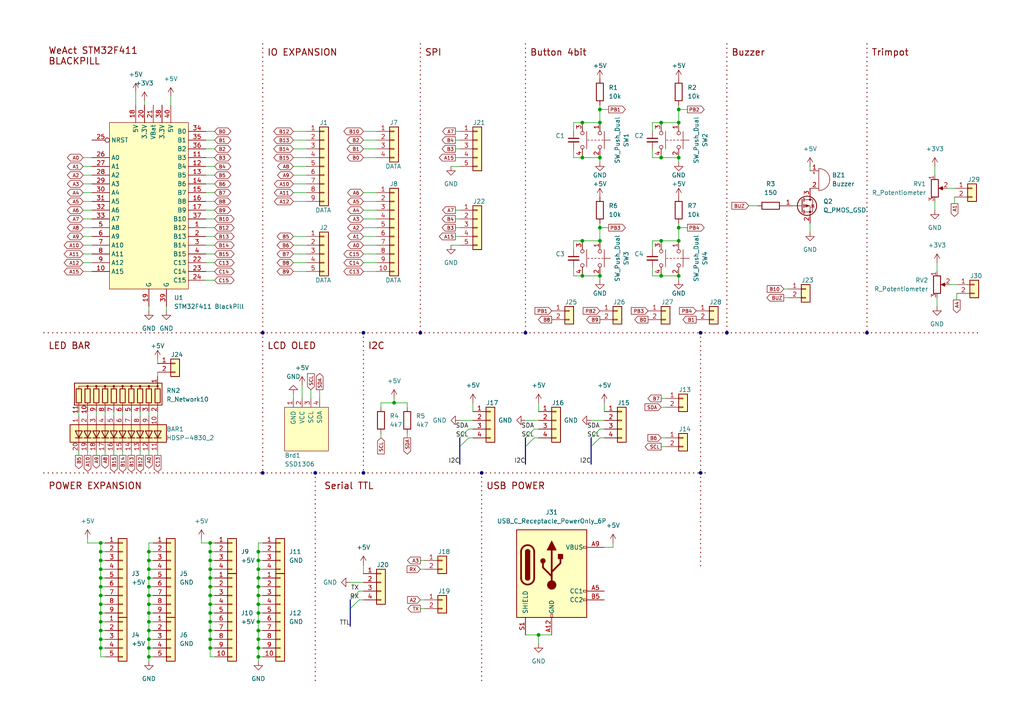
<source format=kicad_sch>
(kicad_sch (version 20230121) (generator eeschema)
  (paper "A4")
  (lib_symbols
    (symbol "Connector:USB_C_Receptacle_PowerOnly_6P" (pin_names (offset 1.016))
      (property "Reference" "J" (at 0 16.51 0))
      (property "Value" "USB_C_Receptacle_PowerOnly_6P" (at 0 13.97 0))
      (symbol "USB_C_Receptacle_PowerOnly_6P_1_1"
        (pin passive line (at 0 -17.78 90) (length 5.08) (name "GND") (number "A12"))
        (pin bidirectional line (at 15.24 -5.08 180) (length 5.08) (name "CC1") (number "A5"))
        (pin passive line (at 15.24 7.62 180) (length 5.08) (name "VBUS") (number "A9"))
        (pin passive line (at 0 -17.78 90) (length 5.08) hide (name "GND") (number "B12"))
        (pin bidirectional line (at 15.24 -7.62 180) (length 5.08) (name "CC2") (number "B5"))
        (pin passive line (at 15.24 7.62 180) (length 5.08) hide (name "VBUS") (number "B9"))
        (pin passive line (at -7.62 -17.78 90) (length 5.08) (name "SHIELD") (number "S1"))
      )
    )
    (symbol "Connector_Generic:Conn_01x02" (pin_names (offset 1.016) hide)
      (property "Reference" "J" (at 0 2.54 0))
      (property "Value" "Conn_01x02" (at 0 -5.08 0))
      (symbol "Conn_01x02_1_1"
        (pin passive line (at -5.08 0 0) (length 3.81) (name "Pin_1") (number "1"))
        (pin passive line (at -5.08 -2.54 0) (length 3.81) (name "Pin_2") (number "2"))
      )
    )
    (symbol "Connector_Generic:Conn_01x04" (pin_names (offset 1.016) hide)
      (property "Reference" "J" (at 0 5.08 0))
      (property "Value" "Conn_01x04" (at 0 -7.62 0))
      (symbol "Conn_01x04_1_1"
        (pin passive line (at -5.08 2.54 0) (length 3.81) (name "Pin_1") (number "1"))
        (pin passive line (at -5.08 0 0) (length 3.81) (name "Pin_2") (number "2"))
        (pin passive line (at -5.08 -2.54 0) (length 3.81) (name "Pin_3") (number "3"))
        (pin passive line (at -5.08 -5.08 0) (length 3.81) (name "Pin_4") (number "4"))
      )
    )
    (symbol "Connector_Generic:Conn_01x05" (pin_names (offset 1.016) hide)
      (property "Reference" "J" (at 0 7.62 0))
      (property "Value" "Conn_01x05" (at 0 -7.62 0))
      (symbol "Conn_01x05_1_1"
        (pin passive line (at -5.08 5.08 0) (length 3.81) (name "Pin_1") (number "1"))
        (pin passive line (at -5.08 2.54 0) (length 3.81) (name "Pin_2") (number "2"))
        (pin passive line (at -5.08 0 0) (length 3.81) (name "Pin_3") (number "3"))
        (pin passive line (at -5.08 -2.54 0) (length 3.81) (name "Pin_4") (number "4"))
        (pin passive line (at -5.08 -5.08 0) (length 3.81) (name "Pin_5") (number "5"))
      )
    )
    (symbol "Connector_Generic:Conn_01x09" (pin_names (offset 1.016) hide)
      (property "Reference" "J" (at 0 12.7 0))
      (property "Value" "Conn_01x09" (at 0 -12.7 0))
      (symbol "Conn_01x09_1_1"
        (pin passive line (at -5.08 10.16 0) (length 3.81) (name "Pin_1") (number "1"))
        (pin passive line (at -5.08 7.62 0) (length 3.81) (name "Pin_2") (number "2"))
        (pin passive line (at -5.08 5.08 0) (length 3.81) (name "Pin_3") (number "3"))
        (pin passive line (at -5.08 2.54 0) (length 3.81) (name "Pin_4") (number "4"))
        (pin passive line (at -5.08 0 0) (length 3.81) (name "Pin_5") (number "5"))
        (pin passive line (at -5.08 -2.54 0) (length 3.81) (name "Pin_6") (number "6"))
        (pin passive line (at -5.08 -5.08 0) (length 3.81) (name "Pin_7") (number "7"))
        (pin passive line (at -5.08 -7.62 0) (length 3.81) (name "Pin_8") (number "8"))
        (pin passive line (at -5.08 -10.16 0) (length 3.81) (name "Pin_9") (number "9"))
      )
    )
    (symbol "Connector_Generic:Conn_01x10" (pin_names (offset 1.016) hide)
      (property "Reference" "J" (at 0 12.7 0))
      (property "Value" "Conn_01x10" (at 0 -15.24 0))
      (symbol "Conn_01x10_1_1"
        (pin passive line (at -5.08 10.16 0) (length 3.81) (name "Pin_1") (number "1"))
        (pin passive line (at -5.08 -12.7 0) (length 3.81) (name "Pin_10") (number "10"))
        (pin passive line (at -5.08 7.62 0) (length 3.81) (name "Pin_2") (number "2"))
        (pin passive line (at -5.08 5.08 0) (length 3.81) (name "Pin_3") (number "3"))
        (pin passive line (at -5.08 2.54 0) (length 3.81) (name "Pin_4") (number "4"))
        (pin passive line (at -5.08 0 0) (length 3.81) (name "Pin_5") (number "5"))
        (pin passive line (at -5.08 -2.54 0) (length 3.81) (name "Pin_6") (number "6"))
        (pin passive line (at -5.08 -5.08 0) (length 3.81) (name "Pin_7") (number "7"))
        (pin passive line (at -5.08 -7.62 0) (length 3.81) (name "Pin_8") (number "8"))
        (pin passive line (at -5.08 -10.16 0) (length 3.81) (name "Pin_9") (number "9"))
      )
    )
    (symbol "Device:Buzzer" (pin_names (offset 0.0254) hide)
      (property "Reference" "BZ" (at 3.81 1.27 0))
      (property "Value" "Buzzer" (at 3.81 -1.27 0))
      (symbol "Buzzer_1_1"
        (pin passive line (at -2.54 2.54 0) (length 2.54) (name "-") (number "1"))
        (pin passive line (at -2.54 -2.54 0) (length 2.54) (name "+") (number "2"))
      )
    )
    (symbol "Device:C_Small" (pin_numbers hide) (pin_names (offset 0.254) hide)
      (property "Reference" "C" (at 0.254 1.778 0))
      (property "Value" "C_Small" (at 0.254 -2.032 0))
      (symbol "C_Small_1_1"
        (pin passive line (at 0 2.54 270) (length 2.032) (name "~") (number "1"))
        (pin passive line (at 0 -2.54 90) (length 2.032) (name "~") (number "2"))
      )
    )
    (symbol "Device:Q_PMOS_GSD" (pin_names (offset 0) hide)
      (property "Reference" "Q" (at 5.08 1.27 0))
      (property "Value" "Q_PMOS_GSD" (at 5.08 -1.27 0))
      (symbol "Q_PMOS_GSD_1_1"
        (pin input line (at -5.08 0 0) (length 2.54) (name "G") (number "1"))
        (pin passive line (at 2.54 -5.08 90) (length 2.54) (name "S") (number "2"))
        (pin passive line (at 2.54 5.08 270) (length 2.54) (name "D") (number "3"))
      )
    )
    (symbol "Device:R" (pin_numbers hide) (pin_names (offset 0))
      (property "Reference" "R" (at 2.032 0 90))
      (property "Value" "R" (at 0 0 90))
      (symbol "R_1_1"
        (pin passive line (at 0 3.81 270) (length 1.27) (name "~") (number "1"))
        (pin passive line (at 0 -3.81 90) (length 1.27) (name "~") (number "2"))
      )
    )
    (symbol "Device:R_Network10" (pin_names (offset 0) hide)
      (property "Reference" "RN" (at -15.24 0 90))
      (property "Value" "R_Network10" (at 12.7 0 90))
      (symbol "R_Network10_1_1"
        (pin passive line (at -12.7 5.08 270) (length 2.54) (name "common") (number "1"))
        (pin passive line (at 7.62 -5.08 90) (length 1.27) (name "R9") (number "10"))
        (pin passive line (at 10.16 -5.08 90) (length 1.27) (name "R10") (number "11"))
        (pin passive line (at -12.7 -5.08 90) (length 1.27) (name "R1") (number "2"))
        (pin passive line (at -10.16 -5.08 90) (length 1.27) (name "R2") (number "3"))
        (pin passive line (at -7.62 -5.08 90) (length 1.27) (name "R3") (number "4"))
        (pin passive line (at -5.08 -5.08 90) (length 1.27) (name "R4") (number "5"))
        (pin passive line (at -2.54 -5.08 90) (length 1.27) (name "R5") (number "6"))
        (pin passive line (at 0 -5.08 90) (length 1.27) (name "R6") (number "7"))
        (pin passive line (at 2.54 -5.08 90) (length 1.27) (name "R7") (number "8"))
        (pin passive line (at 5.08 -5.08 90) (length 1.27) (name "R8") (number "9"))
      )
    )
    (symbol "Device:R_Potentiometer" (pin_names (offset 1.016) hide)
      (property "Reference" "RV" (at -4.445 0 90))
      (property "Value" "R_Potentiometer" (at -2.54 0 90))
      (symbol "R_Potentiometer_1_1"
        (pin passive line (at 0 3.81 270) (length 1.27) (name "1") (number "1"))
        (pin passive line (at 3.81 0 180) (length 1.27) (name "2") (number "2"))
        (pin passive line (at 0 -3.81 90) (length 1.27) (name "3") (number "3"))
      )
    )
    (symbol "LED:HDSP-4830_2" (pin_names (offset 1.016) hide)
      (property "Reference" "BAR" (at 0 15.24 0))
      (property "Value" "HDSP-4830_2" (at 0 -17.78 0))
      (symbol "HDSP-4830_2_1_1"
        (pin passive line (at -5.08 10.16 0) (length 2.54) (name "A") (number "1"))
        (pin passive line (at -5.08 -12.7 0) (length 2.54) (name "A") (number "10"))
        (pin passive line (at 5.08 -12.7 180) (length 2.54) (name "K") (number "11"))
        (pin passive line (at 5.08 -10.16 180) (length 2.54) (name "K") (number "12"))
        (pin passive line (at 5.08 -7.62 180) (length 2.54) (name "K") (number "13"))
        (pin passive line (at 5.08 -5.08 180) (length 2.54) (name "K") (number "14"))
        (pin passive line (at 5.08 -2.54 180) (length 2.54) (name "K") (number "15"))
        (pin passive line (at 5.08 0 180) (length 2.54) (name "K") (number "16"))
        (pin passive line (at 5.08 2.54 180) (length 2.54) (name "K") (number "17"))
        (pin passive line (at 5.08 5.08 180) (length 2.54) (name "K") (number "18"))
        (pin passive line (at 5.08 7.62 180) (length 2.54) (name "K") (number "19"))
        (pin passive line (at -5.08 7.62 0) (length 2.54) (name "A") (number "2"))
        (pin passive line (at 5.08 10.16 180) (length 2.54) (name "K") (number "20"))
        (pin passive line (at -5.08 5.08 0) (length 2.54) (name "A") (number "3"))
        (pin passive line (at -5.08 2.54 0) (length 2.54) (name "A") (number "4"))
        (pin passive line (at -5.08 0 0) (length 2.54) (name "A") (number "5"))
        (pin passive line (at -5.08 -2.54 0) (length 2.54) (name "A") (number "6"))
        (pin passive line (at -5.08 -5.08 0) (length 2.54) (name "A") (number "7"))
        (pin passive line (at -5.08 -7.62 0) (length 2.54) (name "A") (number "8"))
        (pin passive line (at -5.08 -10.16 0) (length 2.54) (name "A") (number "9"))
      )
    )
    (symbol "SSD1306-128x64_OLED:SSD1306" (pin_names (offset 1.016))
      (property "Reference" "Brd" (at 0 -3.81 0))
      (property "Value" "SSD1306" (at 0 -1.27 0))
      (symbol "SSD1306_1_1"
        (pin input line (at -3.81 8.89 270) (length 2.54) (name "GND") (number "1"))
        (pin input line (at -1.27 8.89 270) (length 2.54) (name "VCC") (number "2"))
        (pin input line (at 1.27 8.89 270) (length 2.54) (name "SCL") (number "3"))
        (pin input line (at 3.81 8.89 270) (length 2.54) (name "SDA") (number "4"))
      )
    )
    (symbol "Switch:SW_Push_Dual" (pin_names (offset 1.016) hide)
      (property "Reference" "SW" (at 1.27 2.54 0))
      (property "Value" "SW_Push_Dual" (at 0 -6.858 0))
      (symbol "SW_Push_Dual_0_1"
        (pin passive line (at -5.08 0 0) (length 2.54) (name "1") (number "1"))
        (pin passive line (at 5.08 0 180) (length 2.54) (name "2") (number "2"))
        (pin passive line (at -5.08 -5.08 0) (length 2.54) (name "3") (number "3"))
        (pin passive line (at 5.08 -5.08 180) (length 2.54) (name "4") (number "4"))
      )
    )
    (symbol "WeAct_Black_Pill_V2.0:STM32F411_Black_Pill"
      (property "Reference" "U" (at -10.16 25.4 0))
      (property "Value" "STM32F411 BlackPill" (at -3.81 13.97 0))
      (symbol "STM32F411_Black_Pill_1_1"
        (pin bidirectional line (at 16.51 -6.35 180) (length 5.08) (name "B12") (number "1"))
        (pin bidirectional line (at -16.51 -19.05 0) (length 5.08) (name "A15") (number "10"))
        (pin bidirectional line (at 16.51 13.97 180) (length 5.08) (name "B3") (number "11"))
        (pin bidirectional line (at 16.51 11.43 180) (length 5.08) (name "B4") (number "12"))
        (pin bidirectional line (at 16.51 8.89 180) (length 5.08) (name "B5") (number "13"))
        (pin bidirectional line (at 16.51 6.35 180) (length 5.08) (name "B6") (number "14"))
        (pin bidirectional line (at 16.51 3.81 180) (length 5.08) (name "B7") (number "15"))
        (pin bidirectional line (at 16.51 1.27 180) (length 5.08) (name "B8") (number "16"))
        (pin bidirectional line (at 16.51 -1.27 180) (length 5.08) (name "B9") (number "17"))
        (pin bidirectional line (at -3.81 29.21 270) (length 5.08) (name "5V") (number "18"))
        (pin bidirectional line (at 0 -29.21 90) (length 5.08) (name "G") (number "19"))
        (pin bidirectional line (at 16.51 -8.89 180) (length 5.08) (name "B13") (number "2"))
        (pin bidirectional line (at -1.27 29.21 270) (length 5.08) (name "3.3V") (number "20"))
        (pin bidirectional line (at 1.27 29.21 270) (length 5.08) (name "VBat") (number "21"))
        (pin bidirectional line (at 16.51 -16.51 180) (length 5.08) (name "C13") (number "22"))
        (pin bidirectional line (at 16.51 -19.05 180) (length 5.08) (name "C14") (number "23"))
        (pin bidirectional line (at 16.51 -21.59 180) (length 5.08) (name "C15") (number "24"))
        (pin bidirectional inverted (at -16.51 19.05 0) (length 5.08) (name "NRST") (number "25"))
        (pin bidirectional line (at -16.51 13.97 0) (length 5.08) (name "A0") (number "26"))
        (pin bidirectional line (at -16.51 11.43 0) (length 5.08) (name "A1") (number "27"))
        (pin bidirectional line (at -16.51 8.89 0) (length 5.08) (name "A2") (number "28"))
        (pin bidirectional line (at -16.51 6.35 0) (length 5.08) (name "A3") (number "29"))
        (pin bidirectional line (at 16.51 -11.43 180) (length 5.08) (name "B14") (number "3"))
        (pin bidirectional line (at -16.51 3.81 0) (length 5.08) (name "A4") (number "30"))
        (pin bidirectional line (at -16.51 1.27 0) (length 5.08) (name "A5") (number "31"))
        (pin bidirectional line (at -16.51 -1.27 0) (length 5.08) (name "A6") (number "32"))
        (pin bidirectional line (at -16.51 -3.81 0) (length 5.08) (name "A7") (number "33"))
        (pin bidirectional line (at 16.51 21.59 180) (length 5.08) (name "B0") (number "34"))
        (pin bidirectional line (at 16.51 19.05 180) (length 5.08) (name "B1") (number "35"))
        (pin bidirectional line (at 16.51 16.51 180) (length 5.08) (name "B2") (number "36"))
        (pin bidirectional line (at 16.51 -3.81 180) (length 5.08) (name "B10") (number "37"))
        (pin bidirectional line (at 3.81 29.21 270) (length 5.08) (name "3.3V") (number "38"))
        (pin bidirectional line (at 5.08 -29.21 90) (length 5.08) (name "G") (number "39"))
        (pin bidirectional line (at 16.51 -13.97 180) (length 5.08) (name "B15") (number "4"))
        (pin bidirectional line (at 6.35 29.21 270) (length 5.08) (name "5V") (number "40"))
        (pin bidirectional line (at -16.51 -6.35 0) (length 5.08) (name "A8") (number "5"))
        (pin bidirectional line (at -16.51 -8.89 0) (length 5.08) (name "A9") (number "6"))
        (pin bidirectional line (at -16.51 -11.43 0) (length 5.08) (name "A10") (number "7"))
        (pin bidirectional line (at -16.51 -13.97 0) (length 5.08) (name "A11") (number "8"))
        (pin bidirectional line (at -16.51 -16.51 0) (length 5.08) (name "A12") (number "9"))
      )
    )
    (symbol "power:+3V3" (power) (pin_names (offset 0))
      (property "Value" "+3V3" (at 0 3.556 0))
      (symbol "+3V3_1_1"
        (pin power_in line (at 0 0 90) (length 0) hide (name "+3V3") (number "1"))
      )
    )
    (symbol "power:+5V" (power) (pin_names (offset 0))
      (property "Value" "+5V" (at 0 3.556 0))
      (symbol "+5V_1_1"
        (pin power_in line (at 0 0 90) (length 0) hide (name "+5V") (number "1"))
      )
    )
    (symbol "power:GND" (power) (pin_names (offset 0))
      (property "Value" "GND" (at 0 -3.81 0))
      (symbol "GND_1_1"
        (pin power_in line (at 0 0 270) (length 0) hide (name "GND") (number "1"))
      )
    )
  )
  (junction (at 29.21 162.56))
  (junction (at 29.21 170.18))
  (junction (at 168.91 35.56))
  (junction (at 74.93 162.56))
  (junction (at 105.41 96.52))
  (junction (at 76.2 96.52))
  (junction (at 74.93 175.26))
  (junction (at 43.18 190.5))
  (junction (at 114.3 116.84))
  (junction (at 168.91 69.85))
  (junction (at 196.85 80.01))
  (junction (at 43.18 170.18))
  (junction (at 139.7 137.16))
  (junction (at 196.85 31.75))
  (junction (at 60.96 167.64))
  (junction (at 74.93 190.5))
  (junction (at 74.93 167.64))
  (junction (at 173.99 31.75))
  (junction (at 196.85 45.72))
  (junction (at 156.21 184.15))
  (junction (at 196.85 35.56))
  (junction (at 43.18 165.1))
  (junction (at 29.21 167.64))
  (junction (at 105.41 137.16))
  (junction (at 173.99 35.56))
  (junction (at 74.93 187.96))
  (junction (at 29.21 157.48))
  (junction (at 121.92 96.52))
  (junction (at 76.2 137.16))
  (junction (at 60.96 172.72))
  (junction (at 60.96 185.42))
  (junction (at 74.93 165.1))
  (junction (at 60.96 180.34))
  (junction (at 43.18 175.26))
  (junction (at 60.96 162.56))
  (junction (at 43.18 160.02))
  (junction (at 210.82 96.52))
  (junction (at 43.18 177.8))
  (junction (at 43.18 162.56))
  (junction (at 29.21 177.8))
  (junction (at 203.2 137.16))
  (junction (at 43.18 180.34))
  (junction (at 191.77 80.01))
  (junction (at 74.93 180.34))
  (junction (at 168.91 45.72))
  (junction (at 74.93 170.18))
  (junction (at 29.21 180.34))
  (junction (at 60.96 182.88))
  (junction (at 60.96 187.96))
  (junction (at 74.93 185.42))
  (junction (at 60.96 157.48))
  (junction (at 173.99 69.85))
  (junction (at 203.2 96.52))
  (junction (at 29.21 185.42))
  (junction (at 91.44 137.16))
  (junction (at 196.85 69.85))
  (junction (at 60.96 175.26))
  (junction (at 173.99 66.04))
  (junction (at 43.18 185.42))
  (junction (at 74.93 177.8))
  (junction (at 168.91 80.01))
  (junction (at 43.18 182.88))
  (junction (at 29.21 172.72))
  (junction (at 152.4 96.52))
  (junction (at 191.77 35.56))
  (junction (at 60.96 165.1))
  (junction (at 74.93 160.02))
  (junction (at 43.18 167.64))
  (junction (at 29.21 165.1))
  (junction (at 29.21 187.96))
  (junction (at 173.99 45.72))
  (junction (at 29.21 182.88))
  (junction (at 29.21 175.26))
  (junction (at 60.96 160.02))
  (junction (at 251.46 96.52))
  (junction (at 74.93 182.88))
  (junction (at 191.77 45.72))
  (junction (at 60.96 177.8))
  (junction (at 43.18 172.72))
  (junction (at 60.96 170.18))
  (junction (at 43.18 187.96))
  (junction (at 191.77 69.85))
  (junction (at 74.93 172.72))
  (junction (at 196.85 66.04))
  (junction (at 173.99 80.01))
  (junction (at 29.21 160.02))
  (bus_entry (at 101.6 173.99) (size 2.54 -2.54))
  (bus_entry (at 133.35 129.54) (size 2.54 -2.54))
  (bus_entry (at 133.35 127) (size 2.54 -2.54))
  (bus_entry (at 101.6 176.53) (size 2.54 -2.54))
  (bus_entry (at 152.4 127) (size 2.54 -2.54))
  (bus_entry (at 171.45 129.54) (size 2.54 -2.54))
  (bus_entry (at 152.4 129.54) (size 2.54 -2.54))
  (bus_entry (at 171.45 127) (size 2.54 -2.54))
  (wire (pts (xy 196.85 31.75) (xy 196.85 35.56)))
  (wire (pts (xy 166.37 35.56) (xy 168.91 35.56)))
  (wire (pts (xy 130.81 71.12) (xy 133.35 71.12)))
  (wire (pts (xy 29.21 180.34) (xy 30.48 180.34)))
  (wire (pts (xy 173.99 31.75) (xy 176.53 31.75)))
  (wire (pts (xy 30.48 130.81) (xy 30.48 132.08)))
  (wire (pts (xy 121.92 165.1) (xy 123.19 165.1)))
  (wire (pts (xy 29.21 180.34) (xy 29.21 182.88)))
  (wire (pts (xy 173.99 66.04) (xy 176.53 66.04)))
  (wire (pts (xy 43.18 175.26) (xy 43.18 177.8)))
  (wire (pts (xy 74.93 172.72) (xy 76.2 172.72)))
  (bus (pts (xy 152.4 12.7) (xy 152.4 96.52)) (stroke (width 0) (type dot) (color 132 0 0 1)))
  (wire (pts (xy 29.21 175.26) (xy 29.21 177.8)))
  (wire (pts (xy 133.35 121.92) (xy 137.16 121.92)))
  (wire (pts (xy 24.13 68.58) (xy 26.67 68.58)))
  (wire (pts (xy 43.18 170.18) (xy 44.45 170.18)))
  (wire (pts (xy 60.96 167.64) (xy 60.96 170.18)))
  (wire (pts (xy 59.69 58.42) (xy 62.23 58.42)))
  (wire (pts (xy 74.93 185.42) (xy 76.2 185.42)))
  (wire (pts (xy 104.14 171.45) (xy 105.41 171.45)))
  (wire (pts (xy 114.3 116.84) (xy 118.11 116.84)))
  (wire (pts (xy 110.49 118.11) (xy 110.49 116.84)))
  (bus (pts (xy 210.82 12.7) (xy 210.82 96.52)) (stroke (width 0) (type dot) (color 132 0 0 1)))
  (wire (pts (xy 74.93 170.18) (xy 76.2 170.18)))
  (wire (pts (xy 60.96 187.96) (xy 60.96 190.5)))
  (wire (pts (xy 110.49 116.84) (xy 114.3 116.84)))
  (bus (pts (xy 133.35 134.62) (xy 133.35 129.54)))
  (wire (pts (xy 154.94 124.46) (xy 156.21 124.46)))
  (wire (pts (xy 29.21 157.48) (xy 29.21 160.02)))
  (wire (pts (xy 132.08 38.1) (xy 133.35 38.1)))
  (wire (pts (xy 196.85 69.85) (xy 191.77 69.85)))
  (wire (pts (xy 166.37 43.18) (xy 166.37 45.72)))
  (wire (pts (xy 43.18 88.9) (xy 43.18 90.17)))
  (wire (pts (xy 43.18 172.72) (xy 44.45 172.72)))
  (bus (pts (xy 152.4 129.54) (xy 152.4 127)))
  (wire (pts (xy 175.26 158.75) (xy 177.8 158.75)))
  (wire (pts (xy 114.3 115.57) (xy 114.3 116.84)))
  (wire (pts (xy 85.09 76.2) (xy 88.9 76.2)))
  (wire (pts (xy 189.23 80.01) (xy 191.77 80.01)))
  (wire (pts (xy 60.96 162.56) (xy 60.96 165.1)))
  (wire (pts (xy 85.09 68.58) (xy 88.9 68.58)))
  (wire (pts (xy 24.13 78.74) (xy 26.67 78.74)))
  (bus (pts (xy 76.2 137.16) (xy 91.44 137.16)) (stroke (width 0) (type dot) (color 132 0 0 1)))
  (wire (pts (xy 130.81 48.26) (xy 133.35 48.26)))
  (wire (pts (xy 43.18 160.02) (xy 44.45 160.02)))
  (wire (pts (xy 74.93 185.42) (xy 74.93 187.96)))
  (wire (pts (xy 43.18 157.48) (xy 43.18 160.02)))
  (wire (pts (xy 105.41 58.42) (xy 109.22 58.42)))
  (wire (pts (xy 173.99 127) (xy 175.26 127)))
  (wire (pts (xy 74.93 170.18) (xy 74.93 172.72)))
  (bus (pts (xy 121.92 96.52) (xy 152.4 96.52)) (stroke (width 0) (type dot) (color 132 0 0 1)))
  (wire (pts (xy 196.85 66.04) (xy 196.85 69.85)))
  (wire (pts (xy 90.17 113.03) (xy 90.17 115.57)))
  (wire (pts (xy 59.69 76.2) (xy 62.23 76.2)))
  (wire (pts (xy 43.18 167.64) (xy 44.45 167.64)))
  (wire (pts (xy 85.09 73.66) (xy 88.9 73.66)))
  (wire (pts (xy 196.85 31.75) (xy 199.39 31.75)))
  (wire (pts (xy 59.69 63.5) (xy 62.23 63.5)))
  (wire (pts (xy 29.21 165.1) (xy 29.21 167.64)))
  (wire (pts (xy 29.21 162.56) (xy 29.21 165.1)))
  (wire (pts (xy 59.69 68.58) (xy 62.23 68.58)))
  (bus (pts (xy 210.82 96.52) (xy 251.46 96.52)) (stroke (width 0) (type dot) (color 132 0 0 1)))
  (wire (pts (xy 105.41 76.2) (xy 109.22 76.2)))
  (wire (pts (xy 58.42 156.21) (xy 58.42 157.48)))
  (wire (pts (xy 189.23 69.85) (xy 191.77 69.85)))
  (wire (pts (xy 191.77 115.57) (xy 193.04 115.57)))
  (wire (pts (xy 105.41 63.5) (xy 109.22 63.5)))
  (wire (pts (xy 60.96 157.48) (xy 60.96 160.02)))
  (wire (pts (xy 24.13 50.8) (xy 26.67 50.8)))
  (wire (pts (xy 29.21 175.26) (xy 30.48 175.26)))
  (wire (pts (xy 59.69 73.66) (xy 62.23 73.66)))
  (wire (pts (xy 234.95 48.26) (xy 234.95 49.53)))
  (wire (pts (xy 43.18 162.56) (xy 43.18 165.1)))
  (wire (pts (xy 271.78 86.36) (xy 271.78 88.9)))
  (wire (pts (xy 105.41 45.72) (xy 109.22 45.72)))
  (bus (pts (xy 76.2 96.52) (xy 105.41 96.52)) (stroke (width 0) (type dot) (color 132 0 0 1)))
  (wire (pts (xy 118.11 125.73) (xy 118.11 127)))
  (wire (pts (xy 196.85 45.72) (xy 196.85 46.99)))
  (wire (pts (xy 189.23 77.47) (xy 189.23 80.01)))
  (bus (pts (xy 76.2 12.7) (xy 76.2 96.52)) (stroke (width 0) (type dot) (color 132 0 0 1)))
  (wire (pts (xy 105.41 38.1) (xy 109.22 38.1)))
  (wire (pts (xy 33.02 130.81) (xy 33.02 132.08)))
  (wire (pts (xy 105.41 78.74) (xy 109.22 78.74)))
  (wire (pts (xy 43.18 172.72) (xy 43.18 175.26)))
  (wire (pts (xy 60.96 177.8) (xy 60.96 180.34)))
  (wire (pts (xy 85.09 58.42) (xy 88.9 58.42)))
  (bus (pts (xy 101.6 176.53) (xy 101.6 173.99)))
  (wire (pts (xy 85.09 45.72) (xy 88.9 45.72)))
  (wire (pts (xy 59.69 60.96) (xy 62.23 60.96)))
  (wire (pts (xy 25.4 157.48) (xy 29.21 157.48)))
  (wire (pts (xy 43.18 119.38) (xy 43.18 120.65)))
  (bus (pts (xy 105.41 96.52) (xy 105.41 137.16)) (stroke (width 0) (type dot) (color 132 0 0 1)))
  (wire (pts (xy 43.18 185.42) (xy 43.18 187.96)))
  (wire (pts (xy 74.93 187.96) (xy 76.2 187.96)))
  (wire (pts (xy 234.95 67.31) (xy 234.95 64.77)))
  (wire (pts (xy 137.16 116.84) (xy 137.16 119.38)))
  (bus (pts (xy 251.46 12.7) (xy 251.46 96.52)) (stroke (width 0) (type dot) (color 132 0 0 1)))
  (bus (pts (xy 105.41 96.52) (xy 121.92 96.52)) (stroke (width 0) (type dot) (color 132 0 0 1)))
  (wire (pts (xy 59.69 71.12) (xy 62.23 71.12)))
  (wire (pts (xy 85.09 43.18) (xy 88.9 43.18)))
  (wire (pts (xy 59.69 43.18) (xy 62.23 43.18)))
  (wire (pts (xy 132.08 40.64) (xy 133.35 40.64)))
  (wire (pts (xy 43.18 182.88) (xy 43.18 185.42)))
  (wire (pts (xy 59.69 66.04) (xy 62.23 66.04)))
  (wire (pts (xy 24.13 58.42) (xy 26.67 58.42)))
  (wire (pts (xy 59.69 55.88) (xy 62.23 55.88)))
  (wire (pts (xy 152.4 184.15) (xy 156.21 184.15)))
  (wire (pts (xy 25.4 130.81) (xy 25.4 132.08)))
  (wire (pts (xy 24.13 71.12) (xy 26.67 71.12)))
  (wire (pts (xy 173.99 45.72) (xy 173.99 46.99)))
  (wire (pts (xy 60.96 160.02) (xy 62.23 160.02)))
  (wire (pts (xy 132.08 45.72) (xy 133.35 45.72)))
  (wire (pts (xy 74.93 177.8) (xy 76.2 177.8)))
  (wire (pts (xy 227.33 86.36) (xy 228.6 86.36)))
  (wire (pts (xy 24.13 66.04) (xy 26.67 66.04)))
  (wire (pts (xy 43.18 185.42) (xy 44.45 185.42)))
  (wire (pts (xy 166.37 77.47) (xy 166.37 80.01)))
  (wire (pts (xy 277.495 82.55) (xy 275.59 82.55)))
  (wire (pts (xy 173.99 45.72) (xy 168.91 45.72)))
  (bus (pts (xy 133.35 129.54) (xy 133.35 127)))
  (wire (pts (xy 74.93 182.88) (xy 74.93 185.42)))
  (wire (pts (xy 24.13 73.66) (xy 26.67 73.66)))
  (wire (pts (xy 87.63 111.76) (xy 87.63 115.57)))
  (wire (pts (xy 24.13 53.34) (xy 26.67 53.34)))
  (wire (pts (xy 105.41 60.96) (xy 109.22 60.96)))
  (wire (pts (xy 191.77 118.11) (xy 193.04 118.11)))
  (wire (pts (xy 43.18 130.81) (xy 43.18 132.08)))
  (wire (pts (xy 276.86 54.61) (xy 274.955 54.61)))
  (wire (pts (xy 43.18 180.34) (xy 43.18 182.88)))
  (wire (pts (xy 60.96 180.34) (xy 62.23 180.34)))
  (bus (pts (xy 171.45 134.62) (xy 171.45 129.54)))
  (wire (pts (xy 132.08 68.58) (xy 133.35 68.58)))
  (wire (pts (xy 40.64 119.38) (xy 40.64 120.65)))
  (wire (pts (xy 276.86 57.15) (xy 276.86 59.055)))
  (wire (pts (xy 29.21 172.72) (xy 30.48 172.72)))
  (wire (pts (xy 173.99 30.48) (xy 173.99 31.75)))
  (wire (pts (xy 29.21 187.96) (xy 29.21 190.5)))
  (wire (pts (xy 35.56 130.81) (xy 35.56 132.08)))
  (wire (pts (xy 85.09 71.12) (xy 88.9 71.12)))
  (wire (pts (xy 49.53 27.94) (xy 49.53 30.48)))
  (wire (pts (xy 189.23 38.1) (xy 189.23 35.56)))
  (wire (pts (xy 60.96 167.64) (xy 62.23 167.64)))
  (wire (pts (xy 29.21 167.64) (xy 30.48 167.64)))
  (wire (pts (xy 60.96 185.42) (xy 60.96 187.96)))
  (wire (pts (xy 59.69 50.8) (xy 62.23 50.8)))
  (wire (pts (xy 43.18 187.96) (xy 44.45 187.96)))
  (wire (pts (xy 105.41 55.88) (xy 109.22 55.88)))
  (wire (pts (xy 43.18 170.18) (xy 43.18 172.72)))
  (wire (pts (xy 271.145 48.26) (xy 271.145 50.8)))
  (wire (pts (xy 74.93 182.88) (xy 76.2 182.88)))
  (wire (pts (xy 271.145 58.42) (xy 271.145 60.96)))
  (wire (pts (xy 104.14 173.99) (xy 105.41 173.99)))
  (wire (pts (xy 29.21 185.42) (xy 29.21 187.96)))
  (bus (pts (xy 121.92 12.7) (xy 121.92 96.52)) (stroke (width 0) (type dot) (color 132 0 0 1)))
  (wire (pts (xy 196.85 66.04) (xy 199.39 66.04)))
  (wire (pts (xy 74.93 180.34) (xy 76.2 180.34)))
  (bus (pts (xy 152.4 134.62) (xy 152.4 129.54)))
  (wire (pts (xy 29.21 182.88) (xy 30.48 182.88)))
  (wire (pts (xy 105.41 66.04) (xy 109.22 66.04)))
  (wire (pts (xy 156.21 116.84) (xy 156.21 119.38)))
  (wire (pts (xy 60.96 165.1) (xy 62.23 165.1)))
  (wire (pts (xy 92.71 113.03) (xy 92.71 115.57)))
  (wire (pts (xy 27.94 119.38) (xy 27.94 120.65)))
  (wire (pts (xy 43.18 177.8) (xy 43.18 180.34)))
  (wire (pts (xy 74.93 180.34) (xy 74.93 182.88)))
  (wire (pts (xy 60.96 177.8) (xy 62.23 177.8)))
  (wire (pts (xy 175.26 116.84) (xy 175.26 119.38)))
  (wire (pts (xy 27.94 130.81) (xy 27.94 132.08)))
  (wire (pts (xy 43.18 162.56) (xy 44.45 162.56)))
  (wire (pts (xy 121.92 176.53) (xy 123.19 176.53)))
  (wire (pts (xy 191.77 127) (xy 193.04 127)))
  (wire (pts (xy 43.18 167.64) (xy 43.18 170.18)))
  (wire (pts (xy 59.69 48.26) (xy 62.23 48.26)))
  (wire (pts (xy 60.96 182.88) (xy 60.96 185.42)))
  (wire (pts (xy 29.21 177.8) (xy 29.21 180.34)))
  (wire (pts (xy 29.21 182.88) (xy 29.21 185.42)))
  (wire (pts (xy 85.09 40.64) (xy 88.9 40.64)))
  (wire (pts (xy 60.96 185.42) (xy 62.23 185.42)))
  (bus (pts (xy 101.6 181.61) (xy 101.6 176.53)))
  (wire (pts (xy 43.18 160.02) (xy 43.18 162.56)))
  (wire (pts (xy 105.41 40.64) (xy 109.22 40.64)))
  (wire (pts (xy 30.48 119.38) (xy 30.48 120.65)))
  (wire (pts (xy 132.08 63.5) (xy 133.35 63.5)))
  (wire (pts (xy 43.18 187.96) (xy 43.18 190.5)))
  (wire (pts (xy 177.8 157.48) (xy 177.8 158.75)))
  (wire (pts (xy 43.18 182.88) (xy 44.45 182.88)))
  (wire (pts (xy 22.86 130.81) (xy 22.86 132.08)))
  (wire (pts (xy 22.86 119.38) (xy 22.86 120.65)))
  (wire (pts (xy 217.17 59.69) (xy 219.71 59.69)))
  (wire (pts (xy 48.26 88.9) (xy 48.26 90.17)))
  (wire (pts (xy 166.37 69.85) (xy 168.91 69.85)))
  (bus (pts (xy 91.44 137.16) (xy 105.41 137.16)) (stroke (width 0) (type dot) (color 132 0 0 1)))
  (wire (pts (xy 39.37 26.67) (xy 39.37 30.48)))
  (wire (pts (xy 105.41 163.83) (xy 105.41 166.37)))
  (wire (pts (xy 173.99 69.85) (xy 168.91 69.85)))
  (wire (pts (xy 74.93 167.64) (xy 76.2 167.64)))
  (wire (pts (xy 60.96 175.26) (xy 62.23 175.26)))
  (wire (pts (xy 29.21 177.8) (xy 30.48 177.8)))
  (wire (pts (xy 29.21 172.72) (xy 29.21 175.26)))
  (wire (pts (xy 59.69 81.28) (xy 62.23 81.28)))
  (wire (pts (xy 85.09 55.88) (xy 88.9 55.88)))
  (wire (pts (xy 74.93 157.48) (xy 74.93 160.02)))
  (wire (pts (xy 59.69 53.34) (xy 62.23 53.34)))
  (wire (pts (xy 44.45 180.34) (xy 43.18 180.34)))
  (wire (pts (xy 271.78 76.2) (xy 271.78 78.74)))
  (wire (pts (xy 29.21 190.5) (xy 30.48 190.5)))
  (wire (pts (xy 196.85 80.01) (xy 196.85 81.28)))
  (wire (pts (xy 105.41 43.18) (xy 109.22 43.18)))
  (wire (pts (xy 24.13 63.5) (xy 26.67 63.5)))
  (wire (pts (xy 135.89 124.46) (xy 137.16 124.46)))
  (wire (pts (xy 43.18 165.1) (xy 43.18 167.64)))
  (wire (pts (xy 173.99 124.46) (xy 175.26 124.46)))
  (wire (pts (xy 85.09 38.1) (xy 88.9 38.1)))
  (wire (pts (xy 38.1 119.38) (xy 38.1 120.65)))
  (wire (pts (xy 166.37 80.01) (xy 168.91 80.01)))
  (wire (pts (xy 59.69 45.72) (xy 62.23 45.72)))
  (wire (pts (xy 171.45 121.92) (xy 175.26 121.92)))
  (wire (pts (xy 24.13 55.88) (xy 26.67 55.88)))
  (wire (pts (xy 74.93 175.26) (xy 76.2 175.26)))
  (wire (pts (xy 24.13 76.2) (xy 26.67 76.2)))
  (wire (pts (xy 74.93 157.48) (xy 76.2 157.48)))
  (wire (pts (xy 62.23 182.88) (xy 60.96 182.88)))
  (wire (pts (xy 60.96 187.96) (xy 62.23 187.96)))
  (wire (pts (xy 173.99 80.01) (xy 168.91 80.01)))
  (wire (pts (xy 85.09 48.26) (xy 88.9 48.26)))
  (wire (pts (xy 29.21 187.96) (xy 30.48 187.96)))
  (wire (pts (xy 60.96 175.26) (xy 60.96 177.8)))
  (wire (pts (xy 173.99 64.77) (xy 173.99 66.04)))
  (wire (pts (xy 60.96 170.18) (xy 60.96 172.72)))
  (bus (pts (xy 76.2 96.52) (xy 76.2 137.16)) (stroke (width 0) (type dot) (color 132 0 0 1)))
  (wire (pts (xy 29.21 167.64) (xy 29.21 170.18)))
  (wire (pts (xy 173.99 31.75) (xy 173.99 35.56)))
  (bus (pts (xy 12.7 137.16) (xy 76.2 137.16)) (stroke (width 0) (type dot) (color 132 0 0 1)))
  (wire (pts (xy 74.93 160.02) (xy 74.93 162.56)))
  (wire (pts (xy 74.93 167.64) (xy 74.93 170.18)))
  (wire (pts (xy 189.23 43.18) (xy 189.23 45.72)))
  (wire (pts (xy 152.4 121.92) (xy 156.21 121.92)))
  (bus (pts (xy 203.2 96.52) (xy 210.82 96.52)) (stroke (width 0) (type dot) (color 132 0 0 1)))
  (wire (pts (xy 24.13 60.96) (xy 26.67 60.96)))
  (wire (pts (xy 105.41 68.58) (xy 109.22 68.58)))
  (wire (pts (xy 45.72 107.95) (xy 45.72 109.22)))
  (wire (pts (xy 196.85 35.56) (xy 191.77 35.56)))
  (wire (pts (xy 101.6 168.91) (xy 105.41 168.91)))
  (wire (pts (xy 25.4 156.21) (xy 25.4 157.48)))
  (wire (pts (xy 60.96 172.72) (xy 62.23 172.72)))
  (wire (pts (xy 25.4 119.38) (xy 25.4 120.65)))
  (wire (pts (xy 38.1 130.81) (xy 38.1 132.08)))
  (bus (pts (xy 203.2 137.16) (xy 203.2 165.1)) (stroke (width 0) (type dot) (color 132 0 0 1)))
  (wire (pts (xy 24.13 45.72) (xy 26.67 45.72)))
  (wire (pts (xy 43.18 157.48) (xy 44.45 157.48)))
  (wire (pts (xy 58.42 157.48) (xy 60.96 157.48)))
  (wire (pts (xy 85.09 50.8) (xy 88.9 50.8)))
  (wire (pts (xy 74.93 162.56) (xy 76.2 162.56)))
  (wire (pts (xy 105.41 73.66) (xy 109.22 73.66)))
  (wire (pts (xy 74.93 172.72) (xy 74.93 175.26)))
  (bus (pts (xy 105.41 137.16) (xy 139.7 137.16)) (stroke (width 0) (type dot) (color 132 0 0 1)))
  (wire (pts (xy 166.37 72.39) (xy 166.37 69.85)))
  (bus (pts (xy 203.2 96.52) (xy 203.2 137.16)) (stroke (width 0) (type dot) (color 132 0 0 1)))
  (wire (pts (xy 74.93 165.1) (xy 76.2 165.1)))
  (wire (pts (xy 277.495 85.09) (xy 277.495 86.995)))
  (wire (pts (xy 45.72 119.38) (xy 45.72 120.65)))
  (wire (pts (xy 191.77 129.54) (xy 193.04 129.54)))
  (wire (pts (xy 132.08 66.04) (xy 133.35 66.04)))
  (wire (pts (xy 121.92 173.99) (xy 123.19 173.99)))
  (wire (pts (xy 132.08 43.18) (xy 133.35 43.18)))
  (bus (pts (xy 152.4 96.52) (xy 203.2 96.52)) (stroke (width 0) (type dot) (color 132 0 0 1)))
  (wire (pts (xy 43.18 190.5) (xy 44.45 190.5)))
  (wire (pts (xy 62.23 40.64) (xy 59.69 40.64)))
  (wire (pts (xy 85.09 114.3) (xy 85.09 115.57)))
  (wire (pts (xy 132.08 60.96) (xy 133.35 60.96)))
  (wire (pts (xy 85.09 78.74) (xy 88.9 78.74)))
  (wire (pts (xy 35.56 119.38) (xy 35.56 120.65)))
  (wire (pts (xy 196.85 80.01) (xy 191.77 80.01)))
  (wire (pts (xy 74.93 160.02) (xy 76.2 160.02)))
  (wire (pts (xy 29.21 165.1) (xy 30.48 165.1)))
  (wire (pts (xy 189.23 45.72) (xy 191.77 45.72)))
  (wire (pts (xy 74.93 187.96) (xy 74.93 190.5)))
  (wire (pts (xy 154.94 127) (xy 156.21 127)))
  (wire (pts (xy 43.18 175.26) (xy 44.45 175.26)))
  (wire (pts (xy 74.93 175.26) (xy 74.93 177.8)))
  (wire (pts (xy 196.85 45.72) (xy 191.77 45.72)))
  (wire (pts (xy 60.96 160.02) (xy 60.96 162.56)))
  (wire (pts (xy 189.23 35.56) (xy 191.77 35.56)))
  (bus (pts (xy 139.7 137.16) (xy 139.7 198.12)) (stroke (width 0) (type dot) (color 132 0 0 1)))
  (wire (pts (xy 29.21 160.02) (xy 29.21 162.56)))
  (wire (pts (xy 62.23 38.1) (xy 59.69 38.1)))
  (wire (pts (xy 196.85 30.48) (xy 196.85 31.75)))
  (bus (pts (xy 171.45 129.54) (xy 171.45 127)))
  (wire (pts (xy 43.18 190.5) (xy 43.18 191.77)))
  (wire (pts (xy 85.09 53.34) (xy 88.9 53.34)))
  (wire (pts (xy 74.93 162.56) (xy 74.93 165.1)))
  (wire (pts (xy 60.96 190.5) (xy 62.23 190.5)))
  (wire (pts (xy 105.41 71.12) (xy 109.22 71.12)))
  (wire (pts (xy 60.96 157.48) (xy 62.23 157.48)))
  (wire (pts (xy 166.37 45.72) (xy 168.91 45.72)))
  (wire (pts (xy 45.72 130.81) (xy 45.72 132.08)))
  (bus (pts (xy 203.2 137.16) (xy 205.74 137.16)) (stroke (width 0) (type dot) (color 132 0 0 1)))
  (wire (pts (xy 74.93 177.8) (xy 74.93 180.34)))
  (wire (pts (xy 59.69 78.74) (xy 62.23 78.74)))
  (wire (pts (xy 29.21 170.18) (xy 30.48 170.18)))
  (wire (pts (xy 166.37 38.1) (xy 166.37 35.56)))
  (wire (pts (xy 173.99 66.04) (xy 173.99 69.85)))
  (wire (pts (xy 173.99 80.01) (xy 173.99 81.28)))
  (wire (pts (xy 41.91 29.21) (xy 41.91 30.48)))
  (wire (pts (xy 74.93 165.1) (xy 74.93 167.64)))
  (wire (pts (xy 29.21 160.02) (xy 30.48 160.02)))
  (wire (pts (xy 60.96 162.56) (xy 62.23 162.56)))
  (wire (pts (xy 227.33 83.82) (xy 228.6 83.82)))
  (wire (pts (xy 60.96 170.18) (xy 62.23 170.18)))
  (wire (pts (xy 24.13 48.26) (xy 26.67 48.26)))
  (wire (pts (xy 45.72 104.14) (xy 45.72 105.41)))
  (wire (pts (xy 156.21 184.15) (xy 160.02 184.15)))
  (wire (pts (xy 60.96 172.72) (xy 60.96 175.26)))
  (wire (pts (xy 189.23 72.39) (xy 189.23 69.85)))
  (wire (pts (xy 156.21 184.15) (xy 156.21 186.69)))
  (bus (pts (xy 251.46 96.52) (xy 284.48 96.52)) (stroke (width 0) (type dot) (color 132 0 0 1)))
  (wire (pts (xy 43.18 177.8) (xy 44.45 177.8)))
  (wire (pts (xy 33.02 119.38) (xy 33.02 120.65)))
  (wire (pts (xy 29.21 170.18) (xy 29.21 172.72)))
  (wire (pts (xy 118.11 116.84) (xy 118.11 118.11)))
  (wire (pts (xy 60.96 165.1) (xy 60.96 167.64)))
  (wire (pts (xy 110.49 125.73) (xy 110.49 127)))
  (wire (pts (xy 30.48 157.48) (xy 29.21 157.48)))
  (wire (pts (xy 40.64 130.81) (xy 40.64 132.08)))
  (wire (pts (xy 29.21 162.56) (xy 30.48 162.56)))
  (wire (pts (xy 173.99 35.56) (xy 168.91 35.56)))
  (wire (pts (xy 29.21 185.42) (xy 30.48 185.42)))
  (wire (pts (xy 196.85 64.77) (xy 196.85 66.04)))
  (wire (pts (xy 121.92 162.56) (xy 123.19 162.56)))
  (wire (pts (xy 135.89 127) (xy 137.16 127)))
  (wire (pts (xy 74.93 190.5) (xy 74.93 191.77)))
  (wire (pts (xy 74.93 190.5) (xy 76.2 190.5)))
  (wire (pts (xy 60.96 180.34) (xy 60.96 182.88)))
  (wire (pts (xy 43.18 165.1) (xy 44.45 165.1)))
  (bus (pts (xy 139.7 137.16) (xy 203.2 137.16)) (stroke (width 0) (type dot) (color 132 0 0 1)))
  (bus (pts (xy 91.44 137.16) (xy 91.44 198.12)) (stroke (width 0) (type dot) (color 132 0 0 1)))
  (bus (pts (xy 12.7 96.52) (xy 76.2 96.52)) (stroke (width 0) (type dot) (color 132 0 0 1)))
  (text "LCD OLED" (at 77.47 101.6 0) (effects (font (size 1.905 1.905) (thickness 0.254) bold) (justify left bottom)))
  (text "Buzzer" (at 212.09 16.51 0) (effects (font (size 1.905 1.905) (thickness 0.254) bold) (justify left bottom)))
  (text "Serial TTL" (at 93.98 142.24 0) (effects (font (size 1.905 1.905) (thickness 0.254) bold) (justify left bottom)))
  (text "LED BAR" (at 13.97 101.6 0) (effects (font (size 1.905 1.905) (thickness 0.254) bold) (justify left bottom)))
  (text "Trimpot " (at 252.73 16.51 0) (effects (font (size 1.905 1.905) (thickness 0.254) bold) (justify left bottom)))
  (text "USB POWER" (at 140.97 142.24 0) (effects (font (size 1.905 1.905) (thickness 0.254) bold) (justify left bottom)))
  (text "Button 4bit" (at 153.67 16.51 0) (effects (font (size 1.905 1.905) (thickness 0.254) bold) (justify left bottom)))
  (text "IO EXPANSION" (at 77.47 16.51 0) (effects (font (size 1.905 1.905) (thickness 0.254) bold) (justify left bottom)))
  (text "SPI" (at 123.19 16.51 0) (effects (font (size 1.905 1.905) (thickness 0.254) bold) (justify left bottom)))
  (text "POWER EXPANSION" (at 13.97 142.24 0) (effects (font (size 1.905 1.905) (thickness 0.254) bold) (justify left bottom)))
  (text "I2C" (at 106.68 101.6 0) (effects (font (size 1.905 1.905) (thickness 0.254) bold) (justify left bottom)))
  (text "WeAct STM32F411\nBLACKPILL" (at 13.97 19.05 0) (effects (font (size 1.905 1.905) (thickness 0.254) bold) (justify left bottom)))
  (label "SDA" (at 135.89 124.46 180))
  (label "SDA" (at 173.99 124.46 180))
  (label "SCL" (at 154.94 127 180))
  (label "I2C" (at 133.35 134.62 180))
  (label "RX" (at 104.14 173.99 180))
  (label "I2C" (at 171.45 134.62 180))
  (label "SCL" (at 135.89 127 180))
  (label "I2C" (at 152.4 134.62 180))
  (label "SCL" (at 173.99 127 180))
  (label "SDA" (at 154.94 124.46 180))
  (label "TX" (at 104.14 171.45 180))
  (label "TTL" (at 101.6 181.61 180))
  (global_label "B1" (shape output) (at 201.93 92.71 180) (effects (font (size 1 1))) (property "Intersheetrefs" "${INTERSHEET_REFS}" (effects hide)))
  (global_label "A0" (shape bidirectional) (at 24.13 45.72 180) (effects (font (size 1 1))) (property "Intersheetrefs" "${INTERSHEET_REFS}" (effects hide)))
  (global_label "B6" (shape bidirectional) (at 62.23 53.34 0) (effects (font (size 1 1))) (property "Intersheetrefs" "${INTERSHEET_REFS}" (effects hide)))
  (global_label "B0" (shape bidirectional) (at 62.23 38.1 0) (effects (font (size 1 1))) (property "Intersheetrefs" "${INTERSHEET_REFS}" (effects hide)))
  (global_label "B3" (shape output) (at 132.08 43.18 180) (effects (font (size 1 1))) (property "Intersheetrefs" "${INTERSHEET_REFS}" (effects hide)))
  (global_label "SDA" (shape output) (at 118.11 127 270) (effects (font (size 1 1))) (property "Intersheetrefs" "${INTERSHEET_REFS}" (effects hide)))
  (global_label "B9" (shape bidirectional) (at 85.09 78.74 180) (effects (font (size 1 1))) (property "Intersheetrefs" "${INTERSHEET_REFS}" (effects hide)))
  (global_label "B3" (shape output) (at 132.08 66.04 180) (effects (font (size 1 1))) (property "Intersheetrefs" "${INTERSHEET_REFS}" (effects hide)))
  (global_label "A2" (shape bidirectional) (at 105.41 66.04 180) (effects (font (size 1 1))) (property "Intersheetrefs" "${INTERSHEET_REFS}" (effects hide)))
  (global_label "A3" (shape bidirectional) (at 105.41 63.5 180) (effects (font (size 1 1))) (property "Intersheetrefs" "${INTERSHEET_REFS}" (effects hide)))
  (global_label "A9" (shape output) (at 27.94 132.08 270) (effects (font (size 1 1))) (property "Intersheetrefs" "${INTERSHEET_REFS}" (effects hide)))
  (global_label "B2" (shape bidirectional) (at 105.41 40.64 180) (effects (font (size 1 1))) (property "Intersheetrefs" "${INTERSHEET_REFS}" (effects hide)))
  (global_label "A3" (shape output) (at 121.92 162.56 180) (effects (font (size 1 1))) (property "Intersheetrefs" "${INTERSHEET_REFS}" (effects hide)))
  (global_label "B6" (shape bidirectional) (at 85.09 71.12 180) (effects (font (size 1 1))) (property "Intersheetrefs" "${INTERSHEET_REFS}" (effects hide)))
  (global_label "B10" (shape bidirectional) (at 62.23 63.5 0) (effects (font (size 1 1))) (property "Intersheetrefs" "${INTERSHEET_REFS}" (effects hide)))
  (global_label "BUZ" (shape input) (at 217.17 59.69 180) (effects (font (size 1 1))) (property "Intersheetrefs" "${INTERSHEET_REFS}" (effects hide)))
  (global_label "A1" (shape bidirectional) (at 105.41 68.58 180) (effects (font (size 1 1))) (property "Intersheetrefs" "${INTERSHEET_REFS}" (effects hide)))
  (global_label "A10" (shape bidirectional) (at 24.13 71.12 180) (effects (font (size 1 1))) (property "Intersheetrefs" "${INTERSHEET_REFS}" (effects hide)))
  (global_label "A1" (shape output) (at 276.86 59.055 270) (effects (font (size 1 1))) (property "Intersheetrefs" "${INTERSHEET_REFS}" (effects hide)))
  (global_label "A5" (shape bidirectional) (at 24.13 58.42 180) (effects (font (size 1 1))) (property "Intersheetrefs" "${INTERSHEET_REFS}" (effects hide)))
  (global_label "PB3" (shape output) (at 176.53 66.04 0) (effects (font (size 1 1))) (property "Intersheetrefs" "${INTERSHEET_REFS}" (effects hide)))
  (global_label "B15" (shape bidirectional) (at 85.09 45.72 180) (effects (font (size 1 1))) (property "Intersheetrefs" "${INTERSHEET_REFS}" (effects hide)))
  (global_label "B12" (shape bidirectional) (at 85.09 38.1 180) (effects (font (size 1 1))) (property "Intersheetrefs" "${INTERSHEET_REFS}" (effects hide)))
  (global_label "A7" (shape output) (at 132.08 38.1 180) (effects (font (size 1 1))) (property "Intersheetrefs" "${INTERSHEET_REFS}" (effects hide)))
  (global_label "B5" (shape output) (at 22.86 132.08 270) (effects (font (size 1 1))) (property "Intersheetrefs" "${INTERSHEET_REFS}" (effects hide)))
  (global_label "A7" (shape bidirectional) (at 24.13 63.5 180) (effects (font (size 1 1))) (property "Intersheetrefs" "${INTERSHEET_REFS}" (effects hide)))
  (global_label "B1" (shape bidirectional) (at 62.23 40.64 0) (effects (font (size 1 1))) (property "Intersheetrefs" "${INTERSHEET_REFS}" (effects hide)))
  (global_label "TX" (shape output) (at 121.92 176.53 180) (effects (font (size 1 1))) (property "Intersheetrefs" "${INTERSHEET_REFS}" (effects hide)))
  (global_label "A2" (shape input) (at 121.92 173.99 180) (effects (font (size 1 1))) (property "Intersheetrefs" "${INTERSHEET_REFS}" (effects hide)))
  (global_label "A6" (shape bidirectional) (at 24.13 60.96 180) (effects (font (size 1 1))) (property "Intersheetrefs" "${INTERSHEET_REFS}" (effects hide)))
  (global_label "B0" (shape bidirectional) (at 105.41 45.72 180) (effects (font (size 1 1))) (property "Intersheetrefs" "${INTERSHEET_REFS}" (effects hide)))
  (global_label "C15" (shape bidirectional) (at 62.23 81.28 0) (effects (font (size 1 1))) (property "Intersheetrefs" "${INTERSHEET_REFS}" (effects hide)))
  (global_label "B15" (shape bidirectional) (at 62.23 73.66 0) (effects (font (size 1 1))) (property "Intersheetrefs" "${INTERSHEET_REFS}" (effects hide)))
  (global_label "A10" (shape output) (at 25.4 132.08 270) (effects (font (size 1 1))) (property "Intersheetrefs" "${INTERSHEET_REFS}" (effects hide)))
  (global_label "C14" (shape bidirectional) (at 62.23 78.74 0) (effects (font (size 1 1))) (property "Intersheetrefs" "${INTERSHEET_REFS}" (effects hide)))
  (global_label "B5" (shape bidirectional) (at 62.23 50.8 0) (effects (font (size 1 1))) (property "Intersheetrefs" "${INTERSHEET_REFS}" (effects hide)))
  (global_label "A7" (shape output) (at 132.08 60.96 180) (effects (font (size 1 1))) (property "Intersheetrefs" "${INTERSHEET_REFS}" (effects hide)))
  (global_label "A12" (shape bidirectional) (at 24.13 76.2 180) (effects (font (size 1 1))) (property "Intersheetrefs" "${INTERSHEET_REFS}" (effects hide)))
  (global_label "C13" (shape output) (at 45.72 132.08 270) (effects (font (size 1 1))) (property "Intersheetrefs" "${INTERSHEET_REFS}" (effects hide)))
  (global_label "A0" (shape bidirectional) (at 105.41 71.12 180) (effects (font (size 1 1))) (property "Intersheetrefs" "${INTERSHEET_REFS}" (effects hide)))
  (global_label "C14" (shape bidirectional) (at 105.41 76.2 180) (effects (font (size 1 1))) (property "Intersheetrefs" "${INTERSHEET_REFS}" (effects hide)))
  (global_label "SCL" (shape input) (at 110.49 127 270) (effects (font (size 1 1))) (property "Intersheetrefs" "${INTERSHEET_REFS}" (effects hide)))
  (global_label "PB1" (shape input) (at 160.02 90.17 180) (effects (font (size 1 1))) (property "Intersheetrefs" "${INTERSHEET_REFS}" (effects hide)))
  (global_label "PB4" (shape output) (at 199.39 66.04 0) (effects (font (size 1 1))) (property "Intersheetrefs" "${INTERSHEET_REFS}" (effects hide)))
  (global_label "B4" (shape bidirectional) (at 62.23 48.26 0) (effects (font (size 1 1))) (property "Intersheetrefs" "${INTERSHEET_REFS}" (effects hide)))
  (global_label "PB1" (shape output) (at 176.53 31.75 0) (effects (font (size 1 1))) (property "Intersheetrefs" "${INTERSHEET_REFS}" (effects hide)))
  (global_label "SCL" (shape output) (at 191.77 129.54 180) (effects (font (size 1 1))) (property "Intersheetrefs" "${INTERSHEET_REFS}" (effects hide)))
  (global_label "B4" (shape output) (at 132.08 40.64 180) (effects (font (size 1 1))) (property "Intersheetrefs" "${INTERSHEET_REFS}" (effects hide)))
  (global_label "A12" (shape bidirectional) (at 85.09 58.42 180) (effects (font (size 1 1))) (property "Intersheetrefs" "${INTERSHEET_REFS}" (effects hide)))
  (global_label "SDA" (shape output) (at 92.71 113.03 90) (effects (font (size 1 1))) (property "Intersheetrefs" "${INTERSHEET_REFS}" (effects hide)))
  (global_label "B12" (shape output) (at 40.64 132.08 270) (effects (font (size 1 1))) (property "Intersheetrefs" "${INTERSHEET_REFS}" (effects hide)))
  (global_label "A15" (shape output) (at 132.08 45.72 180) (effects (font (size 1 1))) (property "Intersheetrefs" "${INTERSHEET_REFS}" (effects hide)))
  (global_label "A8" (shape bidirectional) (at 24.13 66.04 180) (effects (font (size 1 1))) (property "Intersheetrefs" "${INTERSHEET_REFS}" (effects hide)))
  (global_label "PB3" (shape input) (at 187.96 90.17 180) (effects (font (size 1 1))) (property "Intersheetrefs" "${INTERSHEET_REFS}" (effects hide)))
  (global_label "A9" (shape bidirectional) (at 24.13 68.58 180) (effects (font (size 1 1))) (property "Intersheetrefs" "${INTERSHEET_REFS}" (effects hide)))
  (global_label "C15" (shape bidirectional) (at 105.41 73.66 180) (effects (font (size 1 1))) (property "Intersheetrefs" "${INTERSHEET_REFS}" (effects hide)))
  (global_label "A8" (shape bidirectional) (at 85.09 48.26 180) (effects (font (size 1 1))) (property "Intersheetrefs" "${INTERSHEET_REFS}" (effects hide)))
  (global_label "A10" (shape bidirectional) (at 85.09 53.34 180) (effects (font (size 1 1))) (property "Intersheetrefs" "${INTERSHEET_REFS}" (effects hide)))
  (global_label "A1" (shape bidirectional) (at 24.13 48.26 180) (effects (font (size 1 1))) (property "Intersheetrefs" "${INTERSHEET_REFS}" (effects hide)))
  (global_label "B10" (shape bidirectional) (at 105.41 38.1 180) (effects (font (size 1 1))) (property "Intersheetrefs" "${INTERSHEET_REFS}" (effects hide)))
  (global_label "C13" (shape bidirectional) (at 62.23 76.2 0) (effects (font (size 1 1))) (property "Intersheetrefs" "${INTERSHEET_REFS}" (effects hide)))
  (global_label "B3" (shape bidirectional) (at 62.23 45.72 0) (effects (font (size 1 1))) (property "Intersheetrefs" "${INTERSHEET_REFS}" (effects hide)))
  (global_label "RX" (shape input) (at 121.92 165.1 180) (effects (font (size 1 1))) (property "Intersheetrefs" "${INTERSHEET_REFS}" (effects hide)))
  (global_label "B9" (shape output) (at 173.99 92.71 180) (effects (font (size 1 1))) (property "Intersheetrefs" "${INTERSHEET_REFS}" (effects hide)))
  (global_label "A0" (shape output) (at 43.18 132.08 270) (effects (font (size 1 1))) (property "Intersheetrefs" "${INTERSHEET_REFS}" (effects hide)))
  (global_label "A15" (shape bidirectional) (at 24.13 78.74 180) (effects (font (size 1 1))) (property "Intersheetrefs" "${INTERSHEET_REFS}" (effects hide)))
  (global_label "B7" (shape bidirectional) (at 62.23 55.88 0) (effects (font (size 1 1))) (property "Intersheetrefs" "${INTERSHEET_REFS}" (effects hide)))
  (global_label "B14" (shape bidirectional) (at 85.09 43.18 180) (effects (font (size 1 1))) (property "Intersheetrefs" "${INTERSHEET_REFS}" (effects hide)))
  (global_label "B7" (shape output) (at 191.77 115.57 180) (effects (font (size 1 1))) (property "Intersheetrefs" "${INTERSHEET_REFS}" (effects hide)))
  (global_label "B13" (shape output) (at 38.1 132.08 270) (effects (font (size 1 1))) (property "Intersheetrefs" "${INTERSHEET_REFS}" (effects hide)))
  (global_label "A6" (shape bidirectional) (at 105.41 55.88 180) (effects (font (size 1 1))) (property "Intersheetrefs" "${INTERSHEET_REFS}" (effects hide)))
  (global_label "B6" (shape input) (at 191.77 127 180) (effects (font (size 1 1))) (property "Intersheetrefs" "${INTERSHEET_REFS}" (effects hide)))
  (global_label "A15" (shape output) (at 132.08 68.58 180) (effects (font (size 1 1))) (property "Intersheetrefs" "${INTERSHEET_REFS}" (effects hide)))
  (global_label "B8" (shape bidirectional) (at 62.23 58.42 0) (effects (font (size 1 1))) (property "Intersheetrefs" "${INTERSHEET_REFS}" (effects hide)))
  (global_label "B8" (shape output) (at 160.02 92.71 180) (effects (font (size 1 1))) (property "Intersheetrefs" "${INTERSHEET_REFS}" (effects hide)))
  (global_label "B13" (shape bidirectional) (at 62.23 68.58 0) (effects (font (size 1 1))) (property "Intersheetrefs" "${INTERSHEET_REFS}" (effects hide)))
  (global_label "A4" (shape bidirectional) (at 105.41 60.96 180) (effects (font (size 1 1))) (property "Intersheetrefs" "${INTERSHEET_REFS}" (effects hide)))
  (global_label "A4" (shape output) (at 277.495 86.995 270) (effects (font (size 1 1))) (property "Intersheetrefs" "${INTERSHEET_REFS}" (effects hide)))
  (global_label "C13" (shape bidirectional) (at 105.41 78.74 180) (effects (font (size 1 1))) (property "Intersheetrefs" "${INTERSHEET_REFS}" (effects hide)))
  (global_label "B5" (shape bidirectional) (at 85.09 68.58 180) (effects (font (size 1 1))) (property "Intersheetrefs" "${INTERSHEET_REFS}" (effects hide)))
  (global_label "B10" (shape input) (at 227.33 83.82 180) (effects (font (size 1 1))) (property "Intersheetrefs" "${INTERSHEET_REFS}" (effects hide)))
  (global_label "B12" (shape bidirectional) (at 62.23 66.04 0) (effects (font (size 1 1))) (property "Intersheetrefs" "${INTERSHEET_REFS}" (effects hide)))
  (global_label "SCL" (shape input) (at 90.17 113.03 90) (effects (font (size 1 1))) (property "Intersheetrefs" "${INTERSHEET_REFS}" (effects hide)))
  (global_label "BUZ" (shape output) (at 227.33 86.36 180) (effects (font (size 1 1))) (property "Intersheetrefs" "${INTERSHEET_REFS}" (effects hide)))
  (global_label "B8" (shape bidirectional) (at 85.09 76.2 180) (effects (font (size 1 1))) (property "Intersheetrefs" "${INTERSHEET_REFS}" (effects hide)))
  (global_label "A4" (shape bidirectional) (at 24.13 55.88 180) (effects (font (size 1 1))) (property "Intersheetrefs" "${INTERSHEET_REFS}" (effects hide)))
  (global_label "A9" (shape bidirectional) (at 85.09 50.8 180) (effects (font (size 1 1))) (property "Intersheetrefs" "${INTERSHEET_REFS}" (effects hide)))
  (global_label "SDA" (shape input) (at 191.77 118.11 180) (effects (font (size 1 1))) (property "Intersheetrefs" "${INTERSHEET_REFS}" (effects hide)))
  (global_label "B4" (shape output) (at 132.08 63.5 180) (effects (font (size 1 1))) (property "Intersheetrefs" "${INTERSHEET_REFS}" (effects hide)))
  (global_label "B7" (shape bidirectional) (at 85.09 73.66 180) (effects (font (size 1 1))) (property "Intersheetrefs" "${INTERSHEET_REFS}" (effects hide)))
  (global_label "A5" (shape bidirectional) (at 105.41 58.42 180) (effects (font (size 1 1))) (property "Intersheetrefs" "${INTERSHEET_REFS}" (effects hide)))
  (global_label "PB2" (shape input) (at 173.99 90.17 180) (effects (font (size 1 1))) (property "Intersheetrefs" "${INTERSHEET_REFS}" (effects hide)))
  (global_label "PB2" (shape output) (at 199.39 31.75 0) (effects (font (size 1 1))) (property "Intersheetrefs" "${INTERSHEET_REFS}" (effects hide)))
  (global_label "A11" (shape bidirectional) (at 24.13 73.66 180) (effects (font (size 1 1))) (property "Intersheetrefs" "${INTERSHEET_REFS}" (effects hide)))
  (global_label "B15" (shape output) (at 33.02 132.08 270) (effects (font (size 1 1))) (property "Intersheetrefs" "${INTERSHEET_REFS}" (effects hide)))
  (global_label "B14" (shape output) (at 35.56 132.08 270) (effects (font (size 1 1))) (property "Intersheetrefs" "${INTERSHEET_REFS}" (effects hide)))
  (global_label "B9" (shape bidirectional) (at 62.23 60.96 0) (effects (font (size 1 1))) (property "Intersheetrefs" "${INTERSHEET_REFS}" (effects hide)))
  (global_label "A2" (shape bidirectional) (at 24.13 50.8 180) (effects (font (size 1 1))) (property "Intersheetrefs" "${INTERSHEET_REFS}" (effects hide)))
  (global_label "A3" (shape bidirectional) (at 24.13 53.34 180) (effects (font (size 1 1))) (property "Intersheetrefs" "${INTERSHEET_REFS}" (effects hide)))
  (global_label "B14" (shape bidirectional) (at 62.23 71.12 0) (effects (font (size 1 1))) (property "Intersheetrefs" "${INTERSHEET_REFS}" (effects hide)))
  (global_label "B1" (shape bidirectional) (at 105.41 43.18 180) (effects (font (size 1 1))) (property "Intersheetrefs" "${INTERSHEET_REFS}" (effects hide)))
  (global_label "B2" (shape bidirectional) (at 62.23 43.18 0) (effects (font (size 1 1))) (property "Intersheetrefs" "${INTERSHEET_REFS}" (effects hide)))
  (global_label "A8" (shape output) (at 30.48 132.08 270) (effects (font (size 1 1))) (property "Intersheetrefs" "${INTERSHEET_REFS}" (effects hide)))
  (global_label "A11" (shape bidirectional) (at 85.09 55.88 180) (effects (font (size 1 1))) (property "Intersheetrefs" "${INTERSHEET_REFS}" (effects hide)))
  (global_label "B0" (shape output) (at 187.96 92.71 180) (effects (font (size 1 1))) (property "Intersheetrefs" "${INTERSHEET_REFS}" (effects hide)))
  (global_label "PB4" (shape input) (at 201.93 90.17 180) (effects (font (size 1 1))) (property "Intersheetrefs" "${INTERSHEET_REFS}" (effects hide)))
  (global_label "B13" (shape bidirectional) (at 85.09 40.64 180) (effects (font (size 1 1))) (property "Intersheetrefs" "${INTERSHEET_REFS}" (effects hide)))
  (symbol (lib_id "power:+5V") (at 173.99 57.15 0) (unit 1)
    (property "Reference" "#PWR030" (effects hide))
    (property "Value" "+5V" (at 173.99 53.34 0))
  )
  (symbol (lib_id "Connector_Generic:Conn_01x02") (at 128.27 173.99 0) (unit 1)
    (property "Reference" "J19" (at 127 171.45 0) (effects (justify left)))
    (property "Value" "Conn_01x02" (effects hide))
    (property "Footprint" "Connector_PinHeader_2.54mm:PinHeader_1x02_P2.54mm_Vertical" (effects hide))
  )
  (symbol (lib_id "Connector_Generic:Conn_01x04") (at 114.3 40.64 0) (unit 1)
    (property "Reference" "J7" (at 113.03 35.56 0) (effects (justify left)))
    (property "Value" "DATA" (at 111.76 48.26 0) (effects (justify left)))
    (property "Footprint" "Connector_PinHeader_2.54mm:PinHeader_1x04_P2.54mm_Vertical" (effects hide))
  )
  (symbol (lib_id "power:+5V") (at 87.63 111.76 0) (unit 1)
    (property "Reference" "#PWR019" (effects hide))
    (property "Value" "+5V" (at 87.63 106.68 0))
  )
  (symbol (lib_id "power:GND") (at 234.95 67.31 0) (unit 1)
    (property "Reference" "#PWR013" (effects hide))
    (property "Value" "GND" (at 234.95 72.39 0))
  )
  (symbol (lib_id "power:GND") (at 196.85 46.99 0) (unit 1)
    (property "Reference" "#PWR010" (effects hide))
    (property "Value" "GND" (at 196.85 50.8 0))
  )
  (symbol (lib_id "power:GND") (at 85.09 114.3 180) (unit 1)
    (property "Reference" "#PWR020" (effects hide))
    (property "Value" "GND" (at 85.09 109.22 0))
  )
  (symbol (lib_id "Device:R_Potentiometer") (at 271.145 54.61 0) (unit 1)
    (property "Reference" "RV1" (at 268.605 53.34 0) (effects (justify right)))
    (property "Value" "R_Potentiometer" (at 268.605 55.88 0) (effects (justify right)))
    (property "Footprint" "Potentiometer_THT:Potentiometer_Alps_RK09K_Single_Vertical" (effects hide))
  )
  (symbol (lib_id "power:GND") (at 133.35 121.92 270) (unit 1)
    (property "Reference" "#PWR035" (effects hide))
    (property "Value" "GND" (at 129.54 121.92 90) (effects (justify right)))
  )
  (symbol (lib_id "Connector_Generic:Conn_01x04") (at 81.28 160.02 0) (unit 1)
    (property "Reference" "J11" (at 83.82 160.02 0) (effects (justify left)))
    (property "Value" "GND" (at 83.82 162.56 0) (effects (justify left)))
    (property "Footprint" "Connector_PinHeader_2.54mm:PinHeader_1x04_P2.54mm_Vertical" (effects hide))
  )
  (symbol (lib_id "Connector_Generic:Conn_01x05") (at 35.56 185.42 0) (unit 1)
    (property "Reference" "J4" (at 38.1 184.15 0) (effects (justify left)))
    (property "Value" "+5V" (at 38.1 186.69 0) (effects (justify left)))
    (property "Footprint" "Connector_PinHeader_2.54mm:PinHeader_1x05_P2.54mm_Vertical" (effects hide))
  )
  (symbol (lib_id "power:+5V") (at 105.41 163.83 0) (unit 1)
    (property "Reference" "#PWR017" (effects hide))
    (property "Value" "+5V" (at 105.41 158.75 0))
  )
  (symbol (lib_id "Connector_Generic:Conn_01x02") (at 179.07 90.17 0) (unit 1)
    (property "Reference" "J26" (at 177.8 87.63 0) (effects (justify left)))
    (property "Value" "Conn_01x02" (effects hide))
    (property "Footprint" "Connector_PinHeader_2.54mm:PinHeader_1x02_P2.54mm_Vertical" (effects hide))
  )
  (symbol (lib_id "power:+5V") (at 234.95 48.26 0) (unit 1)
    (property "Reference" "#PWR014" (effects hide))
    (property "Value" "+5V" (at 234.95 43.18 0))
  )
  (symbol (lib_id "power:+3V3") (at 41.91 29.21 0) (unit 1)
    (property "Reference" "#PWR018" (effects hide))
    (property "Value" "+3V3" (at 41.91 24.13 0))
  )
  (symbol (lib_id "power:+5V") (at 49.53 27.94 0) (unit 1)
    (property "Reference" "#PWR08" (effects hide))
    (property "Value" "+5V" (at 49.53 22.86 0))
  )
  (symbol (lib_id "Connector_Generic:Conn_01x05") (at 93.98 73.66 0) (unit 1)
    (property "Reference" "J2" (at 92.71 66.04 0) (effects (justify left)))
    (property "Value" "DATA" (at 91.44 81.28 0) (effects (justify left)))
    (property "Footprint" "Connector_PinHeader_2.54mm:PinHeader_1x05_P2.54mm_Vertical" (effects hide))
  )
  (symbol (lib_id "power:GND") (at 173.99 81.28 0) (unit 1)
    (property "Reference" "#PWR031" (effects hide))
    (property "Value" "GND" (at 173.99 85.09 0))
  )
  (symbol (lib_id "Connector:USB_C_Receptacle_PowerOnly_6P") (at 160.02 166.37 0) (unit 1)
    (property "Reference" "J31" (at 160.02 148.59 0))
    (property "Value" "USB_C_Receptacle_PowerOnly_6P" (at 160.02 151.13 0))
    (property "Footprint" "Connector_USB:USB_C_Receptacle_GCT_USB4125-xx-x_6P_TopMnt_Horizontal" (effects hide))
    (property "Datasheet" "https://www.usb.org/sites/default/files/documents/usb_type-c.zip" (effects hide))
  )
  (symbol (lib_id "SSD1306-128x64_OLED:SSD1306") (at 88.9 124.46 0) (unit 1)
    (property "Reference" "Brd1" (at 82.55 132.08 0) (effects (justify left)))
    (property "Value" "SSD1306" (at 82.55 134.62 0) (effects (justify left)))
    (property "Footprint" "SSD1306:128x64OLED" (effects hide))
  )
  (symbol (lib_id "power:+5V") (at 58.42 156.21 0) (unit 1)
    (property "Reference" "#PWR02" (effects hide))
    (property "Value" "+5V" (at 58.42 151.13 0))
  )
  (symbol (lib_id "power:+3V3") (at 271.78 76.2 0) (unit 1)
    (property "Reference" "#PWR028" (effects hide))
    (property "Value" "+3V3" (at 271.78 71.12 0))
  )
  (symbol (lib_id "Connector_Generic:Conn_01x02") (at 233.68 83.82 0) (unit 1)
    (property "Reference" "J23" (at 232.41 81.28 0) (effects (justify left)))
    (property "Value" "Conn_01x02" (effects hide))
    (property "Footprint" "Connector_PinHeader_2.54mm:PinHeader_1x02_P2.54mm_Vertical" (effects hide))
  )
  (symbol (lib_id "power:GND") (at 156.21 186.69 0) (unit 1)
    (property "Reference" "#PWR023" (effects hide))
    (property "Value" "GND" (at 156.21 191.77 0))
  )
  (symbol (lib_id "power:+5V") (at 196.85 22.86 0) (unit 1)
    (property "Reference" "#PWR012" (effects hide))
    (property "Value" "+5V" (at 196.85 19.05 0))
  )
  (symbol (lib_id "Connector_Generic:Conn_01x02") (at 198.12 127 0) (unit 1)
    (property "Reference" "J14" (at 196.85 124.46 0) (effects (justify left)))
    (property "Value" "Conn_01x02" (effects hide))
    (property "Footprint" "Connector_PinHeader_2.54mm:PinHeader_1x02_P2.54mm_Vertical" (effects hide))
  )
  (symbol (lib_id "power:GND") (at 48.26 90.17 0) (unit 1)
    (property "Reference" "#PWR06" (effects hide))
    (property "Value" "GND" (at 48.26 95.25 0))
  )
  (symbol (lib_id "Device:R") (at 223.52 59.69 90) (unit 1)
    (property "Reference" "R3" (at 223.52 53.34 90))
    (property "Value" "150" (at 223.52 55.88 90))
    (property "Footprint" "Resistor_SMD:R_1206_3216Metric" (effects hide))
  )
  (symbol (lib_id "power:+5V") (at 156.21 116.84 0) (unit 1)
    (property "Reference" "#PWR038" (effects hide))
    (property "Value" "+5V" (at 156.21 111.76 0))
  )
  (symbol (lib_id "power:GND") (at 101.6 168.91 270) (unit 1)
    (property "Reference" "#PWR026" (effects hide))
    (property "Value" "GND" (at 97.79 168.91 90) (effects (justify right)))
  )
  (symbol (lib_id "Device:R") (at 118.11 121.92 0) (unit 1)
    (property "Reference" "R5" (at 120.65 120.65 0) (effects (justify left)))
    (property "Value" "4k7" (at 120.65 123.19 0) (effects (justify left)))
    (property "Footprint" "Resistor_SMD:R_1206_3216Metric" (effects hide))
  )
  (symbol (lib_id "Switch:SW_Push_Dual") (at 196.85 74.93 270) (unit 1)
    (property "Reference" "SW4" (at 204.47 74.93 0))
    (property "Value" "SW_Push_Dual" (at 201.93 74.93 0))
    (property "Footprint" "Button_Switch_THT:SW_PUSH_6mm" (effects hide))
  )
  (symbol (lib_id "power:GND") (at 271.78 88.9 0) (unit 1)
    (property "Reference" "#PWR029" (effects hide))
    (property "Value" "GND" (at 271.78 93.98 0))
  )
  (symbol (lib_id "power:+5V") (at 25.4 156.21 0) (unit 1)
    (property "Reference" "#PWR01" (effects hide))
    (property "Value" "+5V" (at 25.4 151.13 0))
  )
  (symbol (lib_id "Connector_Generic:Conn_01x09") (at 49.53 167.64 0) (unit 1)
    (property "Reference" "J5" (at 52.07 166.37 0) (effects (justify left)))
    (property "Value" "GND" (at 52.07 168.91 0) (effects (justify left)))
    (property "Footprint" "Connector_PinHeader_2.54mm:PinHeader_1x09_P2.54mm_Vertical" (effects hide))
  )
  (symbol (lib_id "power:GND") (at 173.99 46.99 0) (unit 1)
    (property "Reference" "#PWR09" (effects hide))
    (property "Value" "GND" (at 173.99 50.8 0))
  )
  (symbol (lib_id "power:GND") (at 130.81 71.12 0) (unit 1)
    (property "Reference" "#PWR025" (effects hide))
    (property "Value" "GND" (at 130.81 76.2 0))
  )
  (symbol (lib_id "Switch:SW_Push_Dual") (at 173.99 74.93 270) (unit 1)
    (property "Reference" "SW3" (at 181.61 74.93 0))
    (property "Value" "SW_Push_Dual" (at 179.07 74.93 0))
    (property "Footprint" "Button_Switch_THT:SW_PUSH_6mm" (effects hide))
  )
  (symbol (lib_id "power:GND") (at 152.4 121.92 270) (unit 1)
    (property "Reference" "#PWR037" (effects hide))
    (property "Value" "GND" (at 148.59 121.92 90) (effects (justify right)))
  )
  (symbol (lib_id "power:+5V") (at 196.85 57.15 0) (unit 1)
    (property "Reference" "#PWR032" (effects hide))
    (property "Value" "+5V" (at 196.85 53.34 0))
  )
  (symbol (lib_id "Device:Buzzer") (at 237.49 52.07 0) (unit 1)
    (property "Reference" "BZ1" (at 241.3 50.8 0) (effects (justify left)))
    (property "Value" "Buzzer" (at 241.3 53.34 0) (effects (justify left)))
    (property "Footprint" "Buzzer_Beeper:Buzzer_12x9.5RM7.6" (effects hide))
  )
  (symbol (lib_id "Device:R") (at 196.85 26.67 0) (unit 1)
    (property "Reference" "R2" (at 199.39 25.4 0) (effects (justify left)))
    (property "Value" "10k" (at 199.39 27.94 0) (effects (justify left)))
    (property "Footprint" "Resistor_SMD:R_1206_3216Metric" (effects hide))
  )
  (symbol (lib_id "Connector_Generic:Conn_01x09") (at 35.56 167.64 0) (unit 1)
    (property "Reference" "J3" (at 38.1 166.37 0) (effects (justify left)))
    (property "Value" "+5V" (at 38.1 168.91 0) (effects (justify left)))
    (property "Footprint" "Connector_PinHeader_2.54mm:PinHeader_1x09_P2.54mm_Vertical" (effects hide))
  )
  (symbol (lib_id "Connector_Generic:Conn_01x10") (at 114.3 66.04 0) (unit 1)
    (property "Reference" "J8" (at 113.03 53.34 0) (effects (justify left)))
    (property "Value" "DATA" (at 111.76 81.28 0) (effects (justify left)))
    (property "Footprint" "Connector_PinHeader_2.54mm:PinHeader_1x10_P2.54mm_Vertical" (effects hide))
  )
  (symbol (lib_id "Switch:SW_Push_Dual") (at 173.99 40.64 270) (unit 1)
    (property "Reference" "SW1" (at 181.61 40.64 0))
    (property "Value" "SW_Push_Dual" (at 179.07 40.64 0))
    (property "Footprint" "Button_Switch_THT:SW_PUSH_6mm" (effects hide))
  )
  (symbol (lib_id "Connector_Generic:Conn_01x04") (at 110.49 168.91 0) (unit 1)
    (property "Reference" "J20" (at 109.22 163.83 0) (effects (justify left)))
    (property "Value" "Conn_01x04" (effects hide))
    (property "Footprint" "Connector_JST:JST_XH_B4B-XH-A_1x04_P2.50mm_Vertical" (effects hide))
  )
  (symbol (lib_id "Connector_Generic:Conn_01x02") (at 282.575 82.55 0) (unit 1)
    (property "Reference" "J30" (at 281.305 80.01 0) (effects (justify left)))
    (property "Value" "Conn_01x02" (effects hide))
    (property "Footprint" "Connector_PinHeader_2.54mm:PinHeader_1x02_P2.54mm_Vertical" (effects hide))
  )
  (symbol (lib_id "Connector_Generic:Conn_01x02") (at 50.8 105.41 0) (unit 1)
    (property "Reference" "J24" (at 49.53 102.87 0) (effects (justify left)))
    (property "Value" "Conn_01x02" (effects hide))
    (property "Footprint" "Connector_PinHeader_2.54mm:PinHeader_1x02_P2.54mm_Vertical" (effects hide))
  )
  (symbol (lib_id "power:+3V3") (at 271.145 48.26 0) (unit 1)
    (property "Reference" "#PWR015" (effects hide))
    (property "Value" "+3V3" (at 271.145 43.18 0))
  )
  (symbol (lib_id "Device:R") (at 173.99 60.96 0) (unit 1)
    (property "Reference" "R6" (at 176.53 59.69 0) (effects (justify left)))
    (property "Value" "10k" (at 176.53 62.23 0) (effects (justify left)))
    (property "Footprint" "Resistor_SMD:R_1206_3216Metric" (effects hide))
  )
  (symbol (lib_id "Connector_Generic:Conn_01x09") (at 93.98 48.26 0) (unit 1)
    (property "Reference" "J1" (at 92.71 35.56 0) (effects (justify left)))
    (property "Value" "DATA" (at 91.44 60.96 0) (effects (justify left)))
    (property "Footprint" "Connector_PinHeader_2.54mm:PinHeader_1x09_P2.54mm_Vertical" (effects hide))
  )
  (symbol (lib_id "power:GND") (at 196.85 81.28 0) (unit 1)
    (property "Reference" "#PWR033" (effects hide))
    (property "Value" "GND" (at 196.85 85.09 0))
  )
  (symbol (lib_id "power:GND") (at 74.93 191.77 0) (unit 1)
    (property "Reference" "#PWR04" (effects hide))
    (property "Value" "GND" (at 74.93 196.85 0))
  )
  (symbol (lib_id "power:+5V") (at 45.72 104.14 0) (unit 1)
    (property "Reference" "#PWR027" (effects hide))
    (property "Value" "+5V" (at 45.72 100.33 0))
  )
  (symbol (lib_id "power:+5V") (at 173.99 22.86 0) (unit 1)
    (property "Reference" "#PWR011" (effects hide))
    (property "Value" "+5V" (at 173.99 19.05 0))
  )
  (symbol (lib_id "Device:R_Network10") (at 33.02 114.3 0) (mirror y) (unit 1)
    (property "Reference" "RN2" (at 48.26 113.284 0) (effects (justify right)))
    (property "Value" "R_Network10" (at 48.26 115.824 0) (effects (justify right)))
    (property "Footprint" "Resistor_THT:R_Array_SIP11" (effects hide))
    (property "Datasheet" "http://www.vishay.com/docs/31509/csc.pdf" (effects hide))
  )
  (symbol (lib_id "Connector_Generic:Conn_01x05") (at 138.43 43.18 0) (unit 1)
    (property "Reference" "J21" (at 137.16 35.56 0) (effects (justify left)))
    (property "Value" "Conn_01x05" (effects hide))
    (property "Footprint" "Connector_JST:JST_XH_B5B-XH-A_1x05_P2.50mm_Vertical" (effects hide))
  )
  (symbol (lib_id "Connector_Generic:Conn_01x02") (at 198.12 115.57 0) (unit 1)
    (property "Reference" "J13" (at 196.85 113.03 0) (effects (justify left)))
    (property "Value" "Conn_01x02" (effects hide))
    (property "Footprint" "Connector_PinHeader_2.54mm:PinHeader_1x02_P2.54mm_Vertical" (effects hide))
  )
  (symbol (lib_id "Device:R") (at 173.99 26.67 0) (unit 1)
    (property "Reference" "R1" (at 176.53 25.4 0) (effects (justify left)))
    (property "Value" "10k" (at 176.53 27.94 0) (effects (justify left)))
    (property "Footprint" "Resistor_SMD:R_1206_3216Metric" (effects hide))
  )
  (symbol (lib_id "Device:C_Small") (at 189.23 74.93 0) (unit 1)
    (property "Reference" "C4" (at 186.69 73.6663 0) (effects (justify right)))
    (property "Value" "C_Small" (effects hide))
    (property "Footprint" "Capacitor_SMD:C_1206_3216Metric" (effects hide))
  )
  (symbol (lib_id "Connector_Generic:Conn_01x02") (at 193.04 90.17 0) (unit 1)
    (property "Reference" "J27" (at 191.77 87.63 0) (effects (justify left)))
    (property "Value" "Conn_01x02" (effects hide))
    (property "Footprint" "Connector_PinHeader_2.54mm:PinHeader_1x02_P2.54mm_Vertical" (effects hide))
  )
  (symbol (lib_id "power:GND") (at 43.18 191.77 0) (unit 1)
    (property "Reference" "#PWR03" (effects hide))
    (property "Value" "GND" (at 43.18 196.85 0))
  )
  (symbol (lib_id "LED:HDSP-4830_2") (at 33.02 125.73 90) (mirror x) (unit 1)
    (property "Reference" "BAR1" (at 48.26 124.46 90) (effects (justify right)))
    (property "Value" "HDSP-4830_2" (at 48.26 127 90) (effects (justify right)))
    (property "Footprint" "Display:HDSP-4830" (effects hide))
    (property "Datasheet" "https://docs.broadcom.com/docs/AV02-1798EN" (effects hide))
  )
  (symbol (lib_id "Connector_Generic:Conn_01x05") (at 138.43 66.04 0) (unit 1)
    (property "Reference" "J22" (at 137.16 58.42 0) (effects (justify left)))
    (property "Value" "Conn_01x05" (effects hide))
    (property "Footprint" "Connector_JST:JST_XH_B5B-XH-A_1x05_P2.50mm_Vertical" (effects hide))
  )
  (symbol (lib_id "Connector_Generic:Conn_01x04") (at 161.29 121.92 0) (unit 1)
    (property "Reference" "J16" (at 160.02 116.84 0) (effects (justify left)))
    (property "Value" "Conn_01x04" (effects hide))
    (property "Footprint" "Connector_JST:JST_XH_B4B-XH-A_1x04_P2.50mm_Vertical" (effects hide))
  )
  (symbol (lib_id "power:GND") (at 271.145 60.96 0) (unit 1)
    (property "Reference" "#PWR016" (effects hide))
    (property "Value" "GND" (at 271.145 66.04 0))
  )
  (symbol (lib_id "Device:R") (at 110.49 121.92 0) (unit 1)
    (property "Reference" "R4" (at 113.03 120.65 0) (effects (justify left)))
    (property "Value" "4k7" (at 113.03 123.19 0) (effects (justify left)))
    (property "Footprint" "Resistor_SMD:R_1206_3216Metric" (effects hide))
  )
  (symbol (lib_id "Connector_Generic:Conn_01x05") (at 49.53 185.42 0) (unit 1)
    (property "Reference" "J6" (at 52.07 184.15 0) (effects (justify left)))
    (property "Value" "GND" (at 52.07 186.69 0) (effects (justify left)))
    (property "Footprint" "Connector_PinHeader_2.54mm:PinHeader_1x05_P2.54mm_Vertical" (effects hide))
  )
  (symbol (lib_id "Connector_Generic:Conn_01x04") (at 180.34 121.92 0) (unit 1)
    (property "Reference" "J15" (at 179.07 116.84 0) (effects (justify left)))
    (property "Value" "Conn_01x04" (effects hide))
    (property "Footprint" "Connector_JST:JST_XH_B4B-XH-A_1x04_P2.50mm_Vertical" (effects hide))
  )
  (symbol (lib_id "power:+5V") (at 137.16 116.84 0) (unit 1)
    (property "Reference" "#PWR036" (effects hide))
    (property "Value" "+5V" (at 137.16 111.76 0))
  )
  (symbol (lib_id "power:GND") (at 171.45 121.92 270) (unit 1)
    (property "Reference" "#PWR039" (effects hide))
    (property "Value" "GND" (at 167.64 121.92 90) (effects (justify right)))
  )
  (symbol (lib_id "Switch:SW_Push_Dual") (at 196.85 40.64 270) (unit 1)
    (property "Reference" "SW2" (at 204.47 40.64 0))
    (property "Value" "SW_Push_Dual" (at 201.93 40.64 0))
    (property "Footprint" "Button_Switch_THT:SW_PUSH_6mm" (effects hide))
  )
  (symbol (lib_id "Connector_Generic:Conn_01x04") (at 142.24 121.92 0) (unit 1)
    (property "Reference" "J17" (at 140.97 116.84 0) (effects (justify left)))
    (property "Value" "Conn_01x04" (effects hide))
    (property "Footprint" "Connector_JST:JST_XH_B4B-XH-A_1x04_P2.50mm_Vertical" (effects hide))
  )
  (symbol (lib_id "Connector_Generic:Conn_01x10") (at 81.28 177.8 0) (unit 1)
    (property "Reference" "J12" (at 83.82 177.8 0) (effects (justify left)))
    (property "Value" "GND" (at 83.82 180.34 0) (effects (justify left)))
    (property "Footprint" "Connector_PinHeader_2.54mm:PinHeader_1x10_P2.54mm_Vertical" (effects hide))
  )
  (symbol (lib_id "WeAct_Black_Pill_V2.0:STM32F411_Black_Pill") (at 43.18 59.69 0) (unit 1)
    (property "Reference" "U1" (at 50.4541 86.36 0) (effects (justify left)))
    (property "Value" "STM32F411 BlackPill" (at 50.4541 88.9 0) (effects (justify left)))
    (property "Footprint" "WeAct_Black_Pill_V2.0:STM32F411_Black_Pill" (effects hide))
    (property "Datasheet" "https://docs.zephyrproject.org/latest/boards/arm/blackpill_f411ce/doc/index.html" (effects hide))
  )
  (symbol (lib_id "power:+5V") (at 39.37 26.67 0) (unit 1)
    (property "Reference" "#PWR07" (effects hide))
    (property "Value" "+5V" (at 39.37 21.59 0))
  )
  (symbol (lib_id "power:+5V") (at 175.26 116.84 0) (unit 1)
    (property "Reference" "#PWR040" (effects hide))
    (property "Value" "+5V" (at 175.26 111.76 0))
  )
  (symbol (lib_id "Connector_Generic:Conn_01x02") (at 128.27 162.56 0) (unit 1)
    (property "Reference" "J18" (at 127 160.02 0) (effects (justify left)))
    (property "Value" "Conn_01x02" (effects hide))
    (property "Footprint" "Connector_PinHeader_2.54mm:PinHeader_1x02_P2.54mm_Vertical" (effects hide))
  )
  (symbol (lib_id "Connector_Generic:Conn_01x04") (at 67.31 160.02 0) (unit 1)
    (property "Reference" "J9" (at 69.85 160.02 0) (effects (justify left)))
    (property "Value" "+5V" (at 69.85 162.56 0) (effects (justify left)))
    (property "Footprint" "Connector_PinHeader_2.54mm:PinHeader_1x04_P2.54mm_Vertical" (effects hide))
  )
  (symbol (lib_id "Device:R") (at 196.85 60.96 0) (unit 1)
    (property "Reference" "R7" (at 199.39 59.69 0) (effects (justify left)))
    (property "Value" "10k" (at 199.39 62.23 0) (effects (justify left)))
    (property "Footprint" "Resistor_SMD:R_1206_3216Metric" (effects hide))
  )
  (symbol (lib_id "Connector_Generic:Conn_01x02") (at 207.01 90.17 0) (unit 1)
    (property "Reference" "J28" (at 205.74 87.63 0) (effects (justify left)))
    (property "Value" "Conn_01x02" (effects hide))
    (property "Footprint" "Connector_PinHeader_2.54mm:PinHeader_1x02_P2.54mm_Vertical" (effects hide))
  )
  (symbol (lib_id "power:GND") (at 43.18 90.17 0) (unit 1)
    (property "Reference" "#PWR05" (effects hide))
    (property "Value" "GND" (at 43.18 95.25 0))
  )
  (symbol (lib_id "Device:C_Small") (at 189.23 40.64 0) (unit 1)
    (property "Reference" "C2" (at 186.69 39.3763 0) (effects (justify right)))
    (property "Value" "C_Small" (effects hide))
    (property "Footprint" "Capacitor_SMD:C_1206_3216Metric" (effects hide))
  )
  (symbol (lib_id "Connector_Generic:Conn_01x02") (at 281.94 54.61 0) (unit 1)
    (property "Reference" "J29" (at 280.67 52.07 0) (effects (justify left)))
    (property "Value" "Conn_01x02" (effects hide))
    (property "Footprint" "Connector_PinHeader_2.54mm:PinHeader_1x02_P2.54mm_Vertical" (effects hide))
  )
  (symbol (lib_id "Device:C_Small") (at 166.37 40.64 0) (unit 1)
    (property "Reference" "C1" (at 163.83 39.3763 0) (effects (justify right)))
    (property "Value" "C_Small" (effects hide))
    (property "Footprint" "Capacitor_SMD:C_1206_3216Metric" (effects hide))
  )
  (symbol (lib_id "Connector_Generic:Conn_01x02") (at 165.1 90.17 0) (unit 1)
    (property "Reference" "J25" (at 163.83 87.63 0) (effects (justify left)))
    (property "Value" "Conn_01x02" (effects hide))
    (property "Footprint" "Connector_PinHeader_2.54mm:PinHeader_1x02_P2.54mm_Vertical" (effects hide))
  )
  (symbol (lib_id "power:+5V") (at 177.8 157.48 0) (unit 1)
    (property "Reference" "#PWR022" (effects hide))
    (property "Value" "+5V" (at 177.8 152.4 0))
  )
  (symbol (lib_id "power:+5V") (at 114.3 115.57 0) (unit 1)
    (property "Reference" "#PWR021" (effects hide))
    (property "Value" "+5V" (at 114.3 110.49 0))
  )
  (symbol (lib_id "Connector_Generic:Conn_01x10") (at 67.31 177.8 0) (unit 1)
    (property "Reference" "J10" (at 69.85 177.8 0) (effects (justify left)))
    (property "Value" "+5V" (at 69.85 180.34 0) (effects (justify left)))
    (property "Footprint" "Connector_PinHeader_2.54mm:PinHeader_1x10_P2.54mm_Vertical" (effects hide))
  )
  (symbol (lib_id "power:GND") (at 130.81 48.26 0) (unit 1)
    (property "Reference" "#PWR024" (effects hide))
    (property "Value" "GND" (at 130.81 53.34 0))
  )
  (symbol (lib_id "Device:C_Small") (at 166.37 74.93 0) (unit 1)
    (property "Reference" "C3" (at 163.83 73.6663 0) (effects (justify right)))
    (property "Value" "C_Small" (effects hide))
    (property "Footprint" "Capacitor_SMD:C_1206_3216Metric" (effects hide))
  )
  (symbol (lib_id "Device:Q_PMOS_GSD") (at 232.41 59.69 0) (unit 1)
    (property "Reference" "Q2" (at 238.76 58.42 0) (effects (justify left)))
    (property "Value" "Q_PMOS_GSD" (at 238.76 60.96 0) (effects (justify left)))
    (property "Footprint" "Package_TO_SOT_SMD:SOT-23" (effects hide))
  )
  (symbol (lib_id "Device:R_Potentiometer") (at 271.78 82.55 0) (unit 1)
    (property "Reference" "RV2" (at 269.24 81.28 0) (effects (justify right)))
    (property "Value" "R_Potentiometer" (at 269.24 83.82 0) (effects (justify right)))
    (property "Footprint" "Potentiometer_THT:Potentiometer_Alps_RK09K_Single_Vertical" (effects hide))
  )
)
</source>
